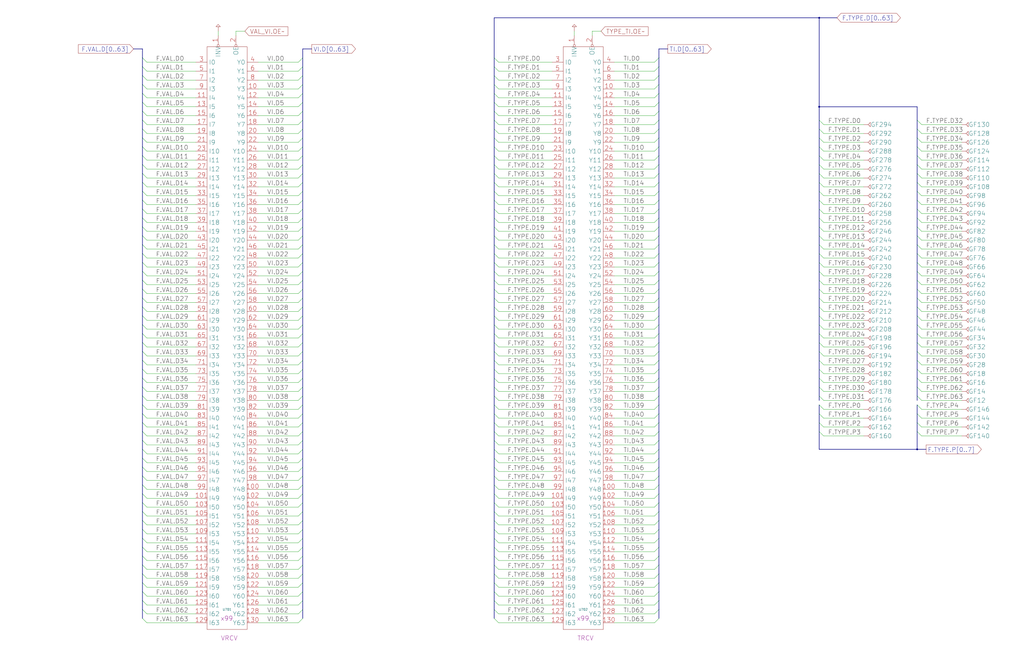
<source format=kicad_sch>
(kicad_sch (version 20211123) (generator eeschema)
  (paper "User" 584.2 378.46)
  (title_block (title "TYPE AND VAL BUS RCVRS") (date "20-MAR-90") (rev "1.0") (comment 1 "FIU") (comment 2 "232-003065") (comment 3 "S400") (comment 4 "RELEASED"))
  (bus (pts (xy 172.72 104.14) (xy 172.72 109.22)))
  (bus (pts (xy 172.72 109.22) (xy 172.72 114.3)))
  (bus (pts (xy 172.72 114.3) (xy 172.72 119.38)))
  (bus (pts (xy 172.72 119.38) (xy 172.72 124.46)))
  (bus (pts (xy 172.72 124.46) (xy 172.72 129.54)))
  (bus (pts (xy 172.72 129.54) (xy 172.72 134.62)))
  (bus (pts (xy 172.72 134.62) (xy 172.72 139.7)))
  (bus (pts (xy 172.72 139.7) (xy 172.72 144.78)))
  (bus (pts (xy 172.72 144.78) (xy 172.72 149.86)))
  (bus (pts (xy 172.72 149.86) (xy 172.72 154.94)))
  (bus (pts (xy 172.72 154.94) (xy 172.72 160.02)))
  (bus (pts (xy 172.72 160.02) (xy 172.72 165.1)))
  (bus (pts (xy 172.72 165.1) (xy 172.72 170.18)))
  (bus (pts (xy 172.72 170.18) (xy 172.72 175.26)))
  (bus (pts (xy 172.72 175.26) (xy 172.72 180.34)))
  (bus (pts (xy 172.72 180.34) (xy 172.72 185.42)))
  (bus (pts (xy 172.72 185.42) (xy 172.72 190.5)))
  (bus (pts (xy 172.72 190.5) (xy 172.72 195.58)))
  (bus (pts (xy 172.72 195.58) (xy 172.72 200.66)))
  (bus (pts (xy 172.72 200.66) (xy 172.72 205.74)))
  (bus (pts (xy 172.72 205.74) (xy 172.72 210.82)))
  (bus (pts (xy 172.72 210.82) (xy 172.72 215.9)))
  (bus (pts (xy 172.72 215.9) (xy 172.72 220.98)))
  (bus (pts (xy 172.72 220.98) (xy 172.72 226.06)))
  (bus (pts (xy 172.72 226.06) (xy 172.72 231.14)))
  (bus (pts (xy 172.72 231.14) (xy 172.72 236.22)))
  (bus (pts (xy 172.72 236.22) (xy 172.72 241.3)))
  (bus (pts (xy 172.72 241.3) (xy 172.72 246.38)))
  (bus (pts (xy 172.72 246.38) (xy 172.72 251.46)))
  (bus (pts (xy 172.72 251.46) (xy 172.72 256.54)))
  (bus (pts (xy 172.72 256.54) (xy 172.72 261.62)))
  (bus (pts (xy 172.72 261.62) (xy 172.72 266.7)))
  (bus (pts (xy 172.72 266.7) (xy 172.72 271.78)))
  (bus (pts (xy 172.72 27.94) (xy 172.72 33.02)))
  (bus (pts (xy 172.72 271.78) (xy 172.72 276.86)))
  (bus (pts (xy 172.72 276.86) (xy 172.72 281.94)))
  (bus (pts (xy 172.72 281.94) (xy 172.72 287.02)))
  (bus (pts (xy 172.72 287.02) (xy 172.72 292.1)))
  (bus (pts (xy 172.72 292.1) (xy 172.72 297.18)))
  (bus (pts (xy 172.72 297.18) (xy 172.72 302.26)))
  (bus (pts (xy 172.72 302.26) (xy 172.72 307.34)))
  (bus (pts (xy 172.72 307.34) (xy 172.72 312.42)))
  (bus (pts (xy 172.72 312.42) (xy 172.72 317.5)))
  (bus (pts (xy 172.72 317.5) (xy 172.72 322.58)))
  (bus (pts (xy 172.72 322.58) (xy 172.72 327.66)))
  (bus (pts (xy 172.72 327.66) (xy 172.72 332.74)))
  (bus (pts (xy 172.72 33.02) (xy 172.72 38.1)))
  (bus (pts (xy 172.72 332.74) (xy 172.72 337.82)))
  (bus (pts (xy 172.72 337.82) (xy 172.72 342.9)))
  (bus (pts (xy 172.72 342.9) (xy 172.72 347.98)))
  (bus (pts (xy 172.72 347.98) (xy 172.72 353.06)))
  (bus (pts (xy 172.72 38.1) (xy 172.72 43.18)))
  (bus (pts (xy 172.72 43.18) (xy 172.72 48.26)))
  (bus (pts (xy 172.72 48.26) (xy 172.72 53.34)))
  (bus (pts (xy 172.72 53.34) (xy 172.72 58.42)))
  (bus (pts (xy 172.72 58.42) (xy 172.72 63.5)))
  (bus (pts (xy 172.72 63.5) (xy 172.72 68.58)))
  (bus (pts (xy 172.72 68.58) (xy 172.72 73.66)))
  (bus (pts (xy 172.72 73.66) (xy 172.72 78.74)))
  (bus (pts (xy 172.72 78.74) (xy 172.72 83.82)))
  (bus (pts (xy 172.72 83.82) (xy 172.72 88.9)))
  (bus (pts (xy 172.72 88.9) (xy 172.72 93.98)))
  (bus (pts (xy 172.72 93.98) (xy 172.72 99.06)))
  (bus (pts (xy 172.72 99.06) (xy 172.72 104.14)))
  (bus (pts (xy 177.8 27.94) (xy 172.72 27.94)))
  (bus (pts (xy 281.94 10.16) (xy 281.94 33.02)))
  (bus (pts (xy 281.94 104.14) (xy 281.94 109.22)))
  (bus (pts (xy 281.94 109.22) (xy 281.94 114.3)))
  (bus (pts (xy 281.94 114.3) (xy 281.94 119.38)))
  (bus (pts (xy 281.94 119.38) (xy 281.94 124.46)))
  (bus (pts (xy 281.94 124.46) (xy 281.94 129.54)))
  (bus (pts (xy 281.94 129.54) (xy 281.94 134.62)))
  (bus (pts (xy 281.94 134.62) (xy 281.94 139.7)))
  (bus (pts (xy 281.94 139.7) (xy 281.94 144.78)))
  (bus (pts (xy 281.94 144.78) (xy 281.94 149.86)))
  (bus (pts (xy 281.94 149.86) (xy 281.94 154.94)))
  (bus (pts (xy 281.94 154.94) (xy 281.94 160.02)))
  (bus (pts (xy 281.94 160.02) (xy 281.94 165.1)))
  (bus (pts (xy 281.94 165.1) (xy 281.94 170.18)))
  (bus (pts (xy 281.94 170.18) (xy 281.94 175.26)))
  (bus (pts (xy 281.94 175.26) (xy 281.94 180.34)))
  (bus (pts (xy 281.94 180.34) (xy 281.94 185.42)))
  (bus (pts (xy 281.94 185.42) (xy 281.94 190.5)))
  (bus (pts (xy 281.94 190.5) (xy 281.94 195.58)))
  (bus (pts (xy 281.94 195.58) (xy 281.94 200.66)))
  (bus (pts (xy 281.94 200.66) (xy 281.94 205.74)))
  (bus (pts (xy 281.94 205.74) (xy 281.94 210.82)))
  (bus (pts (xy 281.94 210.82) (xy 281.94 215.9)))
  (bus (pts (xy 281.94 215.9) (xy 281.94 220.98)))
  (bus (pts (xy 281.94 220.98) (xy 281.94 226.06)))
  (bus (pts (xy 281.94 226.06) (xy 281.94 231.14)))
  (bus (pts (xy 281.94 231.14) (xy 281.94 236.22)))
  (bus (pts (xy 281.94 236.22) (xy 281.94 241.3)))
  (bus (pts (xy 281.94 241.3) (xy 281.94 246.38)))
  (bus (pts (xy 281.94 246.38) (xy 281.94 251.46)))
  (bus (pts (xy 281.94 251.46) (xy 281.94 256.54)))
  (bus (pts (xy 281.94 256.54) (xy 281.94 261.62)))
  (bus (pts (xy 281.94 261.62) (xy 281.94 266.7)))
  (bus (pts (xy 281.94 266.7) (xy 281.94 271.78)))
  (bus (pts (xy 281.94 271.78) (xy 281.94 276.86)))
  (bus (pts (xy 281.94 276.86) (xy 281.94 281.94)))
  (bus (pts (xy 281.94 281.94) (xy 281.94 287.02)))
  (bus (pts (xy 281.94 287.02) (xy 281.94 292.1)))
  (bus (pts (xy 281.94 292.1) (xy 281.94 297.18)))
  (bus (pts (xy 281.94 297.18) (xy 281.94 302.26)))
  (bus (pts (xy 281.94 302.26) (xy 281.94 307.34)))
  (bus (pts (xy 281.94 307.34) (xy 281.94 312.42)))
  (bus (pts (xy 281.94 312.42) (xy 281.94 317.5)))
  (bus (pts (xy 281.94 317.5) (xy 281.94 322.58)))
  (bus (pts (xy 281.94 322.58) (xy 281.94 327.66)))
  (bus (pts (xy 281.94 327.66) (xy 281.94 332.74)))
  (bus (pts (xy 281.94 33.02) (xy 281.94 38.1)))
  (bus (pts (xy 281.94 332.74) (xy 281.94 337.82)))
  (bus (pts (xy 281.94 337.82) (xy 281.94 342.9)))
  (bus (pts (xy 281.94 342.9) (xy 281.94 347.98)))
  (bus (pts (xy 281.94 347.98) (xy 281.94 353.06)))
  (bus (pts (xy 281.94 38.1) (xy 281.94 43.18)))
  (bus (pts (xy 281.94 43.18) (xy 281.94 48.26)))
  (bus (pts (xy 281.94 48.26) (xy 281.94 53.34)))
  (bus (pts (xy 281.94 53.34) (xy 281.94 58.42)))
  (bus (pts (xy 281.94 58.42) (xy 281.94 63.5)))
  (bus (pts (xy 281.94 63.5) (xy 281.94 68.58)))
  (bus (pts (xy 281.94 68.58) (xy 281.94 73.66)))
  (bus (pts (xy 281.94 73.66) (xy 281.94 78.74)))
  (bus (pts (xy 281.94 78.74) (xy 281.94 83.82)))
  (bus (pts (xy 281.94 83.82) (xy 281.94 88.9)))
  (bus (pts (xy 281.94 88.9) (xy 281.94 93.98)))
  (bus (pts (xy 281.94 93.98) (xy 281.94 99.06)))
  (bus (pts (xy 281.94 99.06) (xy 281.94 104.14)))
  (bus (pts (xy 375.92 104.14) (xy 375.92 109.22)))
  (bus (pts (xy 375.92 109.22) (xy 375.92 114.3)))
  (bus (pts (xy 375.92 114.3) (xy 375.92 119.38)))
  (bus (pts (xy 375.92 119.38) (xy 375.92 124.46)))
  (bus (pts (xy 375.92 124.46) (xy 375.92 129.54)))
  (bus (pts (xy 375.92 129.54) (xy 375.92 134.62)))
  (bus (pts (xy 375.92 134.62) (xy 375.92 139.7)))
  (bus (pts (xy 375.92 139.7) (xy 375.92 144.78)))
  (bus (pts (xy 375.92 144.78) (xy 375.92 149.86)))
  (bus (pts (xy 375.92 149.86) (xy 375.92 154.94)))
  (bus (pts (xy 375.92 154.94) (xy 375.92 160.02)))
  (bus (pts (xy 375.92 160.02) (xy 375.92 165.1)))
  (bus (pts (xy 375.92 165.1) (xy 375.92 170.18)))
  (bus (pts (xy 375.92 170.18) (xy 375.92 175.26)))
  (bus (pts (xy 375.92 175.26) (xy 375.92 180.34)))
  (bus (pts (xy 375.92 180.34) (xy 375.92 185.42)))
  (bus (pts (xy 375.92 185.42) (xy 375.92 190.5)))
  (bus (pts (xy 375.92 190.5) (xy 375.92 195.58)))
  (bus (pts (xy 375.92 195.58) (xy 375.92 200.66)))
  (bus (pts (xy 375.92 200.66) (xy 375.92 205.74)))
  (bus (pts (xy 375.92 205.74) (xy 375.92 210.82)))
  (bus (pts (xy 375.92 210.82) (xy 375.92 215.9)))
  (bus (pts (xy 375.92 215.9) (xy 375.92 220.98)))
  (bus (pts (xy 375.92 220.98) (xy 375.92 226.06)))
  (bus (pts (xy 375.92 226.06) (xy 375.92 231.14)))
  (bus (pts (xy 375.92 231.14) (xy 375.92 236.22)))
  (bus (pts (xy 375.92 236.22) (xy 375.92 241.3)))
  (bus (pts (xy 375.92 241.3) (xy 375.92 246.38)))
  (bus (pts (xy 375.92 246.38) (xy 375.92 251.46)))
  (bus (pts (xy 375.92 251.46) (xy 375.92 256.54)))
  (bus (pts (xy 375.92 256.54) (xy 375.92 261.62)))
  (bus (pts (xy 375.92 261.62) (xy 375.92 266.7)))
  (bus (pts (xy 375.92 266.7) (xy 375.92 271.78)))
  (bus (pts (xy 375.92 27.94) (xy 375.92 33.02)))
  (bus (pts (xy 375.92 271.78) (xy 375.92 276.86)))
  (bus (pts (xy 375.92 276.86) (xy 375.92 281.94)))
  (bus (pts (xy 375.92 281.94) (xy 375.92 287.02)))
  (bus (pts (xy 375.92 287.02) (xy 375.92 292.1)))
  (bus (pts (xy 375.92 292.1) (xy 375.92 297.18)))
  (bus (pts (xy 375.92 297.18) (xy 375.92 302.26)))
  (bus (pts (xy 375.92 302.26) (xy 375.92 307.34)))
  (bus (pts (xy 375.92 307.34) (xy 375.92 312.42)))
  (bus (pts (xy 375.92 312.42) (xy 375.92 317.5)))
  (bus (pts (xy 375.92 317.5) (xy 375.92 322.58)))
  (bus (pts (xy 375.92 322.58) (xy 375.92 327.66)))
  (bus (pts (xy 375.92 327.66) (xy 375.92 332.74)))
  (bus (pts (xy 375.92 33.02) (xy 375.92 38.1)))
  (bus (pts (xy 375.92 332.74) (xy 375.92 337.82)))
  (bus (pts (xy 375.92 337.82) (xy 375.92 342.9)))
  (bus (pts (xy 375.92 342.9) (xy 375.92 347.98)))
  (bus (pts (xy 375.92 347.98) (xy 375.92 353.06)))
  (bus (pts (xy 375.92 38.1) (xy 375.92 43.18)))
  (bus (pts (xy 375.92 43.18) (xy 375.92 48.26)))
  (bus (pts (xy 375.92 48.26) (xy 375.92 53.34)))
  (bus (pts (xy 375.92 53.34) (xy 375.92 58.42)))
  (bus (pts (xy 375.92 58.42) (xy 375.92 63.5)))
  (bus (pts (xy 375.92 63.5) (xy 375.92 68.58)))
  (bus (pts (xy 375.92 68.58) (xy 375.92 73.66)))
  (bus (pts (xy 375.92 73.66) (xy 375.92 78.74)))
  (bus (pts (xy 375.92 78.74) (xy 375.92 83.82)))
  (bus (pts (xy 375.92 83.82) (xy 375.92 88.9)))
  (bus (pts (xy 375.92 88.9) (xy 375.92 93.98)))
  (bus (pts (xy 375.92 93.98) (xy 375.92 99.06)))
  (bus (pts (xy 375.92 99.06) (xy 375.92 104.14)))
  (bus (pts (xy 381 27.94) (xy 375.92 27.94)))
  (bus (pts (xy 467.36 10.16) (xy 281.94 10.16)))
  (bus (pts (xy 467.36 10.16) (xy 467.36 60.96)))
  (bus (pts (xy 467.36 10.16) (xy 477.52 10.16)))
  (bus (pts (xy 467.36 104.14) (xy 467.36 109.22)))
  (bus (pts (xy 467.36 109.22) (xy 467.36 114.3)))
  (bus (pts (xy 467.36 114.3) (xy 467.36 119.38)))
  (bus (pts (xy 467.36 119.38) (xy 467.36 124.46)))
  (bus (pts (xy 467.36 124.46) (xy 467.36 129.54)))
  (bus (pts (xy 467.36 129.54) (xy 467.36 134.62)))
  (bus (pts (xy 467.36 134.62) (xy 467.36 139.7)))
  (bus (pts (xy 467.36 139.7) (xy 467.36 144.78)))
  (bus (pts (xy 467.36 144.78) (xy 467.36 149.86)))
  (bus (pts (xy 467.36 149.86) (xy 467.36 154.94)))
  (bus (pts (xy 467.36 154.94) (xy 467.36 160.02)))
  (bus (pts (xy 467.36 160.02) (xy 467.36 165.1)))
  (bus (pts (xy 467.36 165.1) (xy 467.36 170.18)))
  (bus (pts (xy 467.36 170.18) (xy 467.36 175.26)))
  (bus (pts (xy 467.36 175.26) (xy 467.36 180.34)))
  (bus (pts (xy 467.36 180.34) (xy 467.36 185.42)))
  (bus (pts (xy 467.36 185.42) (xy 467.36 190.5)))
  (bus (pts (xy 467.36 190.5) (xy 467.36 195.58)))
  (bus (pts (xy 467.36 195.58) (xy 467.36 200.66)))
  (bus (pts (xy 467.36 200.66) (xy 467.36 205.74)))
  (bus (pts (xy 467.36 205.74) (xy 467.36 210.82)))
  (bus (pts (xy 467.36 210.82) (xy 467.36 215.9)))
  (bus (pts (xy 467.36 215.9) (xy 467.36 220.98)))
  (bus (pts (xy 467.36 220.98) (xy 467.36 226.06)))
  (bus (pts (xy 467.36 226.06) (xy 467.36 228.6)))
  (bus (pts (xy 467.36 231.14) (xy 467.36 236.22)))
  (bus (pts (xy 467.36 236.22) (xy 467.36 241.3)))
  (bus (pts (xy 467.36 241.3) (xy 467.36 246.38)))
  (bus (pts (xy 467.36 246.38) (xy 467.36 256.54)))
  (bus (pts (xy 467.36 256.54) (xy 523.24 256.54)))
  (bus (pts (xy 467.36 60.96) (xy 467.36 68.58)))
  (bus (pts (xy 467.36 68.58) (xy 467.36 73.66)))
  (bus (pts (xy 467.36 73.66) (xy 467.36 78.74)))
  (bus (pts (xy 467.36 78.74) (xy 467.36 83.82)))
  (bus (pts (xy 467.36 83.82) (xy 467.36 88.9)))
  (bus (pts (xy 467.36 88.9) (xy 467.36 93.98)))
  (bus (pts (xy 467.36 93.98) (xy 467.36 99.06)))
  (bus (pts (xy 467.36 99.06) (xy 467.36 104.14)))
  (bus (pts (xy 523.24 104.14) (xy 523.24 109.22)))
  (bus (pts (xy 523.24 109.22) (xy 523.24 114.3)))
  (bus (pts (xy 523.24 114.3) (xy 523.24 119.38)))
  (bus (pts (xy 523.24 119.38) (xy 523.24 124.46)))
  (bus (pts (xy 523.24 124.46) (xy 523.24 129.54)))
  (bus (pts (xy 523.24 129.54) (xy 523.24 134.62)))
  (bus (pts (xy 523.24 134.62) (xy 523.24 139.7)))
  (bus (pts (xy 523.24 139.7) (xy 523.24 144.78)))
  (bus (pts (xy 523.24 144.78) (xy 523.24 149.86)))
  (bus (pts (xy 523.24 149.86) (xy 523.24 154.94)))
  (bus (pts (xy 523.24 154.94) (xy 523.24 160.02)))
  (bus (pts (xy 523.24 160.02) (xy 523.24 165.1)))
  (bus (pts (xy 523.24 165.1) (xy 523.24 170.18)))
  (bus (pts (xy 523.24 170.18) (xy 523.24 175.26)))
  (bus (pts (xy 523.24 175.26) (xy 523.24 180.34)))
  (bus (pts (xy 523.24 180.34) (xy 523.24 185.42)))
  (bus (pts (xy 523.24 185.42) (xy 523.24 190.5)))
  (bus (pts (xy 523.24 190.5) (xy 523.24 195.58)))
  (bus (pts (xy 523.24 195.58) (xy 523.24 200.66)))
  (bus (pts (xy 523.24 200.66) (xy 523.24 205.74)))
  (bus (pts (xy 523.24 205.74) (xy 523.24 210.82)))
  (bus (pts (xy 523.24 210.82) (xy 523.24 215.9)))
  (bus (pts (xy 523.24 215.9) (xy 523.24 220.98)))
  (bus (pts (xy 523.24 220.98) (xy 523.24 226.06)))
  (bus (pts (xy 523.24 226.06) (xy 523.24 228.6)))
  (bus (pts (xy 523.24 231.14) (xy 523.24 236.22)))
  (bus (pts (xy 523.24 236.22) (xy 523.24 241.3)))
  (bus (pts (xy 523.24 241.3) (xy 523.24 246.38)))
  (bus (pts (xy 523.24 246.38) (xy 523.24 256.54)))
  (bus (pts (xy 523.24 256.54) (xy 528.32 256.54)))
  (bus (pts (xy 523.24 60.96) (xy 467.36 60.96)))
  (bus (pts (xy 523.24 60.96) (xy 523.24 68.58)))
  (bus (pts (xy 523.24 68.58) (xy 523.24 73.66)))
  (bus (pts (xy 523.24 73.66) (xy 523.24 78.74)))
  (bus (pts (xy 523.24 78.74) (xy 523.24 83.82)))
  (bus (pts (xy 523.24 83.82) (xy 523.24 88.9)))
  (bus (pts (xy 523.24 88.9) (xy 523.24 93.98)))
  (bus (pts (xy 523.24 93.98) (xy 523.24 99.06)))
  (bus (pts (xy 523.24 99.06) (xy 523.24 104.14)))
  (bus (pts (xy 76.2 27.94) (xy 81.28 27.94)))
  (bus (pts (xy 81.28 104.14) (xy 81.28 109.22)))
  (bus (pts (xy 81.28 109.22) (xy 81.28 114.3)))
  (bus (pts (xy 81.28 114.3) (xy 81.28 119.38)))
  (bus (pts (xy 81.28 119.38) (xy 81.28 124.46)))
  (bus (pts (xy 81.28 124.46) (xy 81.28 129.54)))
  (bus (pts (xy 81.28 129.54) (xy 81.28 134.62)))
  (bus (pts (xy 81.28 134.62) (xy 81.28 139.7)))
  (bus (pts (xy 81.28 139.7) (xy 81.28 144.78)))
  (bus (pts (xy 81.28 144.78) (xy 81.28 149.86)))
  (bus (pts (xy 81.28 149.86) (xy 81.28 154.94)))
  (bus (pts (xy 81.28 154.94) (xy 81.28 160.02)))
  (bus (pts (xy 81.28 160.02) (xy 81.28 165.1)))
  (bus (pts (xy 81.28 165.1) (xy 81.28 170.18)))
  (bus (pts (xy 81.28 170.18) (xy 81.28 175.26)))
  (bus (pts (xy 81.28 175.26) (xy 81.28 180.34)))
  (bus (pts (xy 81.28 180.34) (xy 81.28 185.42)))
  (bus (pts (xy 81.28 185.42) (xy 81.28 190.5)))
  (bus (pts (xy 81.28 190.5) (xy 81.28 195.58)))
  (bus (pts (xy 81.28 195.58) (xy 81.28 200.66)))
  (bus (pts (xy 81.28 200.66) (xy 81.28 205.74)))
  (bus (pts (xy 81.28 205.74) (xy 81.28 210.82)))
  (bus (pts (xy 81.28 210.82) (xy 81.28 215.9)))
  (bus (pts (xy 81.28 215.9) (xy 81.28 220.98)))
  (bus (pts (xy 81.28 220.98) (xy 81.28 226.06)))
  (bus (pts (xy 81.28 226.06) (xy 81.28 231.14)))
  (bus (pts (xy 81.28 231.14) (xy 81.28 236.22)))
  (bus (pts (xy 81.28 236.22) (xy 81.28 241.3)))
  (bus (pts (xy 81.28 241.3) (xy 81.28 246.38)))
  (bus (pts (xy 81.28 246.38) (xy 81.28 251.46)))
  (bus (pts (xy 81.28 251.46) (xy 81.28 256.54)))
  (bus (pts (xy 81.28 256.54) (xy 81.28 261.62)))
  (bus (pts (xy 81.28 261.62) (xy 81.28 266.7)))
  (bus (pts (xy 81.28 266.7) (xy 81.28 271.78)))
  (bus (pts (xy 81.28 27.94) (xy 81.28 33.02)))
  (bus (pts (xy 81.28 271.78) (xy 81.28 276.86)))
  (bus (pts (xy 81.28 276.86) (xy 81.28 281.94)))
  (bus (pts (xy 81.28 281.94) (xy 81.28 287.02)))
  (bus (pts (xy 81.28 287.02) (xy 81.28 292.1)))
  (bus (pts (xy 81.28 292.1) (xy 81.28 297.18)))
  (bus (pts (xy 81.28 297.18) (xy 81.28 302.26)))
  (bus (pts (xy 81.28 302.26) (xy 81.28 307.34)))
  (bus (pts (xy 81.28 307.34) (xy 81.28 312.42)))
  (bus (pts (xy 81.28 312.42) (xy 81.28 317.5)))
  (bus (pts (xy 81.28 317.5) (xy 81.28 322.58)))
  (bus (pts (xy 81.28 322.58) (xy 81.28 327.66)))
  (bus (pts (xy 81.28 327.66) (xy 81.28 332.74)))
  (bus (pts (xy 81.28 33.02) (xy 81.28 38.1)))
  (bus (pts (xy 81.28 332.74) (xy 81.28 337.82)))
  (bus (pts (xy 81.28 337.82) (xy 81.28 342.9)))
  (bus (pts (xy 81.28 342.9) (xy 81.28 347.98)))
  (bus (pts (xy 81.28 347.98) (xy 81.28 353.06)))
  (bus (pts (xy 81.28 38.1) (xy 81.28 43.18)))
  (bus (pts (xy 81.28 43.18) (xy 81.28 48.26)))
  (bus (pts (xy 81.28 48.26) (xy 81.28 53.34)))
  (bus (pts (xy 81.28 53.34) (xy 81.28 58.42)))
  (bus (pts (xy 81.28 58.42) (xy 81.28 63.5)))
  (bus (pts (xy 81.28 63.5) (xy 81.28 68.58)))
  (bus (pts (xy 81.28 68.58) (xy 81.28 73.66)))
  (bus (pts (xy 81.28 73.66) (xy 81.28 78.74)))
  (bus (pts (xy 81.28 78.74) (xy 81.28 83.82)))
  (bus (pts (xy 81.28 83.82) (xy 81.28 88.9)))
  (bus (pts (xy 81.28 88.9) (xy 81.28 93.98)))
  (bus (pts (xy 81.28 93.98) (xy 81.28 99.06)))
  (bus (pts (xy 81.28 99.06) (xy 81.28 104.14)))
  (wire (pts (xy 124.46 17.78) (xy 124.46 20.32)))
  (wire (pts (xy 134.62 17.78) (xy 134.62 20.32)))
  (wire (pts (xy 139.7 17.78) (xy 134.62 17.78)))
  (wire (pts (xy 170.18 101.6) (xy 147.32 101.6)))
  (wire (pts (xy 170.18 106.68) (xy 147.32 106.68)))
  (wire (pts (xy 170.18 111.76) (xy 147.32 111.76)))
  (wire (pts (xy 170.18 116.84) (xy 147.32 116.84)))
  (wire (pts (xy 170.18 121.92) (xy 147.32 121.92)))
  (wire (pts (xy 170.18 127) (xy 147.32 127)))
  (wire (pts (xy 170.18 132.08) (xy 147.32 132.08)))
  (wire (pts (xy 170.18 137.16) (xy 147.32 137.16)))
  (wire (pts (xy 170.18 142.24) (xy 147.32 142.24)))
  (wire (pts (xy 170.18 147.32) (xy 147.32 147.32)))
  (wire (pts (xy 170.18 152.4) (xy 147.32 152.4)))
  (wire (pts (xy 170.18 157.48) (xy 147.32 157.48)))
  (wire (pts (xy 170.18 162.56) (xy 147.32 162.56)))
  (wire (pts (xy 170.18 167.64) (xy 147.32 167.64)))
  (wire (pts (xy 170.18 172.72) (xy 147.32 172.72)))
  (wire (pts (xy 170.18 177.8) (xy 147.32 177.8)))
  (wire (pts (xy 170.18 182.88) (xy 147.32 182.88)))
  (wire (pts (xy 170.18 187.96) (xy 147.32 187.96)))
  (wire (pts (xy 170.18 193.04) (xy 147.32 193.04)))
  (wire (pts (xy 170.18 198.12) (xy 147.32 198.12)))
  (wire (pts (xy 170.18 203.2) (xy 147.32 203.2)))
  (wire (pts (xy 170.18 208.28) (xy 147.32 208.28)))
  (wire (pts (xy 170.18 213.36) (xy 147.32 213.36)))
  (wire (pts (xy 170.18 218.44) (xy 147.32 218.44)))
  (wire (pts (xy 170.18 223.52) (xy 147.32 223.52)))
  (wire (pts (xy 170.18 228.6) (xy 147.32 228.6)))
  (wire (pts (xy 170.18 233.68) (xy 147.32 233.68)))
  (wire (pts (xy 170.18 238.76) (xy 147.32 238.76)))
  (wire (pts (xy 170.18 243.84) (xy 147.32 243.84)))
  (wire (pts (xy 170.18 248.92) (xy 147.32 248.92)))
  (wire (pts (xy 170.18 254) (xy 147.32 254)))
  (wire (pts (xy 170.18 259.08) (xy 147.32 259.08)))
  (wire (pts (xy 170.18 264.16) (xy 147.32 264.16)))
  (wire (pts (xy 170.18 269.24) (xy 147.32 269.24)))
  (wire (pts (xy 170.18 274.32) (xy 147.32 274.32)))
  (wire (pts (xy 170.18 279.4) (xy 147.32 279.4)))
  (wire (pts (xy 170.18 284.48) (xy 147.32 284.48)))
  (wire (pts (xy 170.18 289.56) (xy 147.32 289.56)))
  (wire (pts (xy 170.18 294.64) (xy 147.32 294.64)))
  (wire (pts (xy 170.18 299.72) (xy 147.32 299.72)))
  (wire (pts (xy 170.18 304.8) (xy 147.32 304.8)))
  (wire (pts (xy 170.18 309.88) (xy 147.32 309.88)))
  (wire (pts (xy 170.18 314.96) (xy 147.32 314.96)))
  (wire (pts (xy 170.18 320.04) (xy 147.32 320.04)))
  (wire (pts (xy 170.18 325.12) (xy 147.32 325.12)))
  (wire (pts (xy 170.18 330.2) (xy 147.32 330.2)))
  (wire (pts (xy 170.18 335.28) (xy 147.32 335.28)))
  (wire (pts (xy 170.18 340.36) (xy 147.32 340.36)))
  (wire (pts (xy 170.18 345.44) (xy 147.32 345.44)))
  (wire (pts (xy 170.18 35.56) (xy 147.32 35.56)))
  (wire (pts (xy 170.18 350.52) (xy 147.32 350.52)))
  (wire (pts (xy 170.18 355.6) (xy 147.32 355.6)))
  (wire (pts (xy 170.18 40.64) (xy 147.32 40.64)))
  (wire (pts (xy 170.18 45.72) (xy 147.32 45.72)))
  (wire (pts (xy 170.18 50.8) (xy 147.32 50.8)))
  (wire (pts (xy 170.18 55.88) (xy 147.32 55.88)))
  (wire (pts (xy 170.18 60.96) (xy 147.32 60.96)))
  (wire (pts (xy 170.18 66.04) (xy 147.32 66.04)))
  (wire (pts (xy 170.18 71.12) (xy 147.32 71.12)))
  (wire (pts (xy 170.18 76.2) (xy 147.32 76.2)))
  (wire (pts (xy 170.18 81.28) (xy 147.32 81.28)))
  (wire (pts (xy 170.18 86.36) (xy 147.32 86.36)))
  (wire (pts (xy 170.18 91.44) (xy 147.32 91.44)))
  (wire (pts (xy 170.18 96.52) (xy 147.32 96.52)))
  (wire (pts (xy 284.48 101.6) (xy 314.96 101.6)))
  (wire (pts (xy 284.48 106.68) (xy 314.96 106.68)))
  (wire (pts (xy 284.48 111.76) (xy 314.96 111.76)))
  (wire (pts (xy 284.48 116.84) (xy 314.96 116.84)))
  (wire (pts (xy 284.48 121.92) (xy 314.96 121.92)))
  (wire (pts (xy 284.48 127) (xy 314.96 127)))
  (wire (pts (xy 284.48 132.08) (xy 314.96 132.08)))
  (wire (pts (xy 284.48 137.16) (xy 314.96 137.16)))
  (wire (pts (xy 284.48 142.24) (xy 314.96 142.24)))
  (wire (pts (xy 284.48 147.32) (xy 314.96 147.32)))
  (wire (pts (xy 284.48 152.4) (xy 314.96 152.4)))
  (wire (pts (xy 284.48 157.48) (xy 314.96 157.48)))
  (wire (pts (xy 284.48 162.56) (xy 314.96 162.56)))
  (wire (pts (xy 284.48 167.64) (xy 314.96 167.64)))
  (wire (pts (xy 284.48 172.72) (xy 314.96 172.72)))
  (wire (pts (xy 284.48 177.8) (xy 314.96 177.8)))
  (wire (pts (xy 284.48 182.88) (xy 314.96 182.88)))
  (wire (pts (xy 284.48 187.96) (xy 314.96 187.96)))
  (wire (pts (xy 284.48 193.04) (xy 314.96 193.04)))
  (wire (pts (xy 284.48 198.12) (xy 314.96 198.12)))
  (wire (pts (xy 284.48 203.2) (xy 314.96 203.2)))
  (wire (pts (xy 284.48 208.28) (xy 314.96 208.28)))
  (wire (pts (xy 284.48 213.36) (xy 314.96 213.36)))
  (wire (pts (xy 284.48 218.44) (xy 314.96 218.44)))
  (wire (pts (xy 284.48 223.52) (xy 314.96 223.52)))
  (wire (pts (xy 284.48 228.6) (xy 314.96 228.6)))
  (wire (pts (xy 284.48 233.68) (xy 314.96 233.68)))
  (wire (pts (xy 284.48 238.76) (xy 314.96 238.76)))
  (wire (pts (xy 284.48 243.84) (xy 314.96 243.84)))
  (wire (pts (xy 284.48 248.92) (xy 314.96 248.92)))
  (wire (pts (xy 284.48 254) (xy 314.96 254)))
  (wire (pts (xy 284.48 259.08) (xy 314.96 259.08)))
  (wire (pts (xy 284.48 264.16) (xy 314.96 264.16)))
  (wire (pts (xy 284.48 269.24) (xy 314.96 269.24)))
  (wire (pts (xy 284.48 274.32) (xy 314.96 274.32)))
  (wire (pts (xy 284.48 279.4) (xy 314.96 279.4)))
  (wire (pts (xy 284.48 284.48) (xy 314.96 284.48)))
  (wire (pts (xy 284.48 289.56) (xy 314.96 289.56)))
  (wire (pts (xy 284.48 294.64) (xy 314.96 294.64)))
  (wire (pts (xy 284.48 299.72) (xy 314.96 299.72)))
  (wire (pts (xy 284.48 304.8) (xy 314.96 304.8)))
  (wire (pts (xy 284.48 309.88) (xy 314.96 309.88)))
  (wire (pts (xy 284.48 314.96) (xy 314.96 314.96)))
  (wire (pts (xy 284.48 320.04) (xy 314.96 320.04)))
  (wire (pts (xy 284.48 325.12) (xy 314.96 325.12)))
  (wire (pts (xy 284.48 330.2) (xy 314.96 330.2)))
  (wire (pts (xy 284.48 335.28) (xy 314.96 335.28)))
  (wire (pts (xy 284.48 340.36) (xy 314.96 340.36)))
  (wire (pts (xy 284.48 345.44) (xy 314.96 345.44)))
  (wire (pts (xy 284.48 35.56) (xy 314.96 35.56)))
  (wire (pts (xy 284.48 350.52) (xy 314.96 350.52)))
  (wire (pts (xy 284.48 355.6) (xy 314.96 355.6)))
  (wire (pts (xy 284.48 40.64) (xy 314.96 40.64)))
  (wire (pts (xy 284.48 45.72) (xy 314.96 45.72)))
  (wire (pts (xy 284.48 50.8) (xy 314.96 50.8)))
  (wire (pts (xy 284.48 55.88) (xy 314.96 55.88)))
  (wire (pts (xy 284.48 60.96) (xy 314.96 60.96)))
  (wire (pts (xy 284.48 66.04) (xy 314.96 66.04)))
  (wire (pts (xy 284.48 71.12) (xy 314.96 71.12)))
  (wire (pts (xy 284.48 76.2) (xy 314.96 76.2)))
  (wire (pts (xy 284.48 81.28) (xy 314.96 81.28)))
  (wire (pts (xy 284.48 86.36) (xy 314.96 86.36)))
  (wire (pts (xy 284.48 91.44) (xy 314.96 91.44)))
  (wire (pts (xy 284.48 96.52) (xy 314.96 96.52)))
  (wire (pts (xy 327.66 17.78) (xy 327.66 20.32)))
  (wire (pts (xy 337.82 17.78) (xy 337.82 20.32)))
  (wire (pts (xy 342.9 17.78) (xy 337.82 17.78)))
  (wire (pts (xy 373.38 101.6) (xy 350.52 101.6)))
  (wire (pts (xy 373.38 106.68) (xy 350.52 106.68)))
  (wire (pts (xy 373.38 111.76) (xy 350.52 111.76)))
  (wire (pts (xy 373.38 116.84) (xy 350.52 116.84)))
  (wire (pts (xy 373.38 121.92) (xy 350.52 121.92)))
  (wire (pts (xy 373.38 127) (xy 350.52 127)))
  (wire (pts (xy 373.38 132.08) (xy 350.52 132.08)))
  (wire (pts (xy 373.38 137.16) (xy 350.52 137.16)))
  (wire (pts (xy 373.38 142.24) (xy 350.52 142.24)))
  (wire (pts (xy 373.38 147.32) (xy 350.52 147.32)))
  (wire (pts (xy 373.38 152.4) (xy 350.52 152.4)))
  (wire (pts (xy 373.38 157.48) (xy 350.52 157.48)))
  (wire (pts (xy 373.38 162.56) (xy 350.52 162.56)))
  (wire (pts (xy 373.38 167.64) (xy 350.52 167.64)))
  (wire (pts (xy 373.38 172.72) (xy 350.52 172.72)))
  (wire (pts (xy 373.38 177.8) (xy 350.52 177.8)))
  (wire (pts (xy 373.38 182.88) (xy 350.52 182.88)))
  (wire (pts (xy 373.38 187.96) (xy 350.52 187.96)))
  (wire (pts (xy 373.38 193.04) (xy 350.52 193.04)))
  (wire (pts (xy 373.38 198.12) (xy 350.52 198.12)))
  (wire (pts (xy 373.38 203.2) (xy 350.52 203.2)))
  (wire (pts (xy 373.38 208.28) (xy 350.52 208.28)))
  (wire (pts (xy 373.38 213.36) (xy 350.52 213.36)))
  (wire (pts (xy 373.38 218.44) (xy 350.52 218.44)))
  (wire (pts (xy 373.38 223.52) (xy 350.52 223.52)))
  (wire (pts (xy 373.38 228.6) (xy 350.52 228.6)))
  (wire (pts (xy 373.38 233.68) (xy 350.52 233.68)))
  (wire (pts (xy 373.38 238.76) (xy 350.52 238.76)))
  (wire (pts (xy 373.38 243.84) (xy 350.52 243.84)))
  (wire (pts (xy 373.38 248.92) (xy 350.52 248.92)))
  (wire (pts (xy 373.38 254) (xy 350.52 254)))
  (wire (pts (xy 373.38 259.08) (xy 350.52 259.08)))
  (wire (pts (xy 373.38 264.16) (xy 350.52 264.16)))
  (wire (pts (xy 373.38 269.24) (xy 350.52 269.24)))
  (wire (pts (xy 373.38 274.32) (xy 350.52 274.32)))
  (wire (pts (xy 373.38 279.4) (xy 350.52 279.4)))
  (wire (pts (xy 373.38 284.48) (xy 350.52 284.48)))
  (wire (pts (xy 373.38 289.56) (xy 350.52 289.56)))
  (wire (pts (xy 373.38 294.64) (xy 350.52 294.64)))
  (wire (pts (xy 373.38 299.72) (xy 350.52 299.72)))
  (wire (pts (xy 373.38 304.8) (xy 350.52 304.8)))
  (wire (pts (xy 373.38 309.88) (xy 350.52 309.88)))
  (wire (pts (xy 373.38 314.96) (xy 350.52 314.96)))
  (wire (pts (xy 373.38 320.04) (xy 350.52 320.04)))
  (wire (pts (xy 373.38 325.12) (xy 350.52 325.12)))
  (wire (pts (xy 373.38 330.2) (xy 350.52 330.2)))
  (wire (pts (xy 373.38 335.28) (xy 350.52 335.28)))
  (wire (pts (xy 373.38 340.36) (xy 350.52 340.36)))
  (wire (pts (xy 373.38 345.44) (xy 350.52 345.44)))
  (wire (pts (xy 373.38 35.56) (xy 350.52 35.56)))
  (wire (pts (xy 373.38 350.52) (xy 350.52 350.52)))
  (wire (pts (xy 373.38 355.6) (xy 350.52 355.6)))
  (wire (pts (xy 373.38 40.64) (xy 350.52 40.64)))
  (wire (pts (xy 373.38 45.72) (xy 350.52 45.72)))
  (wire (pts (xy 373.38 50.8) (xy 350.52 50.8)))
  (wire (pts (xy 373.38 55.88) (xy 350.52 55.88)))
  (wire (pts (xy 373.38 60.96) (xy 350.52 60.96)))
  (wire (pts (xy 373.38 66.04) (xy 350.52 66.04)))
  (wire (pts (xy 373.38 71.12) (xy 350.52 71.12)))
  (wire (pts (xy 373.38 76.2) (xy 350.52 76.2)))
  (wire (pts (xy 373.38 81.28) (xy 350.52 81.28)))
  (wire (pts (xy 373.38 86.36) (xy 350.52 86.36)))
  (wire (pts (xy 373.38 91.44) (xy 350.52 91.44)))
  (wire (pts (xy 373.38 96.52) (xy 350.52 96.52)))
  (wire (pts (xy 469.9 101.6) (xy 492.76 101.6)))
  (wire (pts (xy 469.9 106.68) (xy 492.76 106.68)))
  (wire (pts (xy 469.9 111.76) (xy 492.76 111.76)))
  (wire (pts (xy 469.9 116.84) (xy 492.76 116.84)))
  (wire (pts (xy 469.9 121.92) (xy 492.76 121.92)))
  (wire (pts (xy 469.9 127) (xy 492.76 127)))
  (wire (pts (xy 469.9 132.08) (xy 492.76 132.08)))
  (wire (pts (xy 469.9 137.16) (xy 492.76 137.16)))
  (wire (pts (xy 469.9 142.24) (xy 492.76 142.24)))
  (wire (pts (xy 469.9 147.32) (xy 492.76 147.32)))
  (wire (pts (xy 469.9 152.4) (xy 492.76 152.4)))
  (wire (pts (xy 469.9 157.48) (xy 492.76 157.48)))
  (wire (pts (xy 469.9 162.56) (xy 492.76 162.56)))
  (wire (pts (xy 469.9 167.64) (xy 492.76 167.64)))
  (wire (pts (xy 469.9 172.72) (xy 492.76 172.72)))
  (wire (pts (xy 469.9 177.8) (xy 492.76 177.8)))
  (wire (pts (xy 469.9 182.88) (xy 492.76 182.88)))
  (wire (pts (xy 469.9 187.96) (xy 492.76 187.96)))
  (wire (pts (xy 469.9 193.04) (xy 492.76 193.04)))
  (wire (pts (xy 469.9 198.12) (xy 492.76 198.12)))
  (wire (pts (xy 469.9 203.2) (xy 492.76 203.2)))
  (wire (pts (xy 469.9 208.28) (xy 492.76 208.28)))
  (wire (pts (xy 469.9 213.36) (xy 492.76 213.36)))
  (wire (pts (xy 469.9 218.44) (xy 492.76 218.44)))
  (wire (pts (xy 469.9 223.52) (xy 492.76 223.52)))
  (wire (pts (xy 469.9 228.6) (xy 492.76 228.6)))
  (wire (pts (xy 469.9 233.68) (xy 492.76 233.68)))
  (wire (pts (xy 469.9 238.76) (xy 492.76 238.76)))
  (wire (pts (xy 469.9 243.84) (xy 492.76 243.84)))
  (wire (pts (xy 469.9 248.92) (xy 492.76 248.92)))
  (wire (pts (xy 469.9 71.12) (xy 492.76 71.12)))
  (wire (pts (xy 469.9 76.2) (xy 492.76 76.2)))
  (wire (pts (xy 469.9 81.28) (xy 492.76 81.28)))
  (wire (pts (xy 469.9 86.36) (xy 492.76 86.36)))
  (wire (pts (xy 469.9 91.44) (xy 492.76 91.44)))
  (wire (pts (xy 469.9 96.52) (xy 492.76 96.52)))
  (wire (pts (xy 525.78 101.6) (xy 548.64 101.6)))
  (wire (pts (xy 525.78 106.68) (xy 548.64 106.68)))
  (wire (pts (xy 525.78 111.76) (xy 548.64 111.76)))
  (wire (pts (xy 525.78 116.84) (xy 548.64 116.84)))
  (wire (pts (xy 525.78 121.92) (xy 548.64 121.92)))
  (wire (pts (xy 525.78 127) (xy 548.64 127)))
  (wire (pts (xy 525.78 132.08) (xy 548.64 132.08)))
  (wire (pts (xy 525.78 137.16) (xy 548.64 137.16)))
  (wire (pts (xy 525.78 142.24) (xy 548.64 142.24)))
  (wire (pts (xy 525.78 147.32) (xy 548.64 147.32)))
  (wire (pts (xy 525.78 152.4) (xy 548.64 152.4)))
  (wire (pts (xy 525.78 157.48) (xy 548.64 157.48)))
  (wire (pts (xy 525.78 162.56) (xy 548.64 162.56)))
  (wire (pts (xy 525.78 167.64) (xy 548.64 167.64)))
  (wire (pts (xy 525.78 172.72) (xy 548.64 172.72)))
  (wire (pts (xy 525.78 177.8) (xy 548.64 177.8)))
  (wire (pts (xy 525.78 182.88) (xy 548.64 182.88)))
  (wire (pts (xy 525.78 187.96) (xy 548.64 187.96)))
  (wire (pts (xy 525.78 193.04) (xy 548.64 193.04)))
  (wire (pts (xy 525.78 198.12) (xy 548.64 198.12)))
  (wire (pts (xy 525.78 203.2) (xy 548.64 203.2)))
  (wire (pts (xy 525.78 208.28) (xy 548.64 208.28)))
  (wire (pts (xy 525.78 213.36) (xy 548.64 213.36)))
  (wire (pts (xy 525.78 218.44) (xy 548.64 218.44)))
  (wire (pts (xy 525.78 223.52) (xy 548.64 223.52)))
  (wire (pts (xy 525.78 228.6) (xy 548.64 228.6)))
  (wire (pts (xy 525.78 233.68) (xy 548.64 233.68)))
  (wire (pts (xy 525.78 238.76) (xy 548.64 238.76)))
  (wire (pts (xy 525.78 243.84) (xy 548.64 243.84)))
  (wire (pts (xy 525.78 248.92) (xy 548.64 248.92)))
  (wire (pts (xy 525.78 71.12) (xy 548.64 71.12)))
  (wire (pts (xy 525.78 76.2) (xy 548.64 76.2)))
  (wire (pts (xy 525.78 81.28) (xy 548.64 81.28)))
  (wire (pts (xy 525.78 86.36) (xy 548.64 86.36)))
  (wire (pts (xy 525.78 91.44) (xy 548.64 91.44)))
  (wire (pts (xy 525.78 96.52) (xy 548.64 96.52)))
  (wire (pts (xy 83.82 101.6) (xy 111.76 101.6)))
  (wire (pts (xy 83.82 106.68) (xy 111.76 106.68)))
  (wire (pts (xy 83.82 111.76) (xy 111.76 111.76)))
  (wire (pts (xy 83.82 116.84) (xy 111.76 116.84)))
  (wire (pts (xy 83.82 121.92) (xy 111.76 121.92)))
  (wire (pts (xy 83.82 127) (xy 111.76 127)))
  (wire (pts (xy 83.82 132.08) (xy 111.76 132.08)))
  (wire (pts (xy 83.82 137.16) (xy 111.76 137.16)))
  (wire (pts (xy 83.82 142.24) (xy 111.76 142.24)))
  (wire (pts (xy 83.82 147.32) (xy 111.76 147.32)))
  (wire (pts (xy 83.82 152.4) (xy 111.76 152.4)))
  (wire (pts (xy 83.82 157.48) (xy 111.76 157.48)))
  (wire (pts (xy 83.82 162.56) (xy 111.76 162.56)))
  (wire (pts (xy 83.82 167.64) (xy 111.76 167.64)))
  (wire (pts (xy 83.82 172.72) (xy 111.76 172.72)))
  (wire (pts (xy 83.82 177.8) (xy 111.76 177.8)))
  (wire (pts (xy 83.82 182.88) (xy 111.76 182.88)))
  (wire (pts (xy 83.82 187.96) (xy 111.76 187.96)))
  (wire (pts (xy 83.82 193.04) (xy 111.76 193.04)))
  (wire (pts (xy 83.82 198.12) (xy 111.76 198.12)))
  (wire (pts (xy 83.82 203.2) (xy 111.76 203.2)))
  (wire (pts (xy 83.82 208.28) (xy 111.76 208.28)))
  (wire (pts (xy 83.82 213.36) (xy 111.76 213.36)))
  (wire (pts (xy 83.82 218.44) (xy 111.76 218.44)))
  (wire (pts (xy 83.82 223.52) (xy 111.76 223.52)))
  (wire (pts (xy 83.82 228.6) (xy 111.76 228.6)))
  (wire (pts (xy 83.82 233.68) (xy 111.76 233.68)))
  (wire (pts (xy 83.82 238.76) (xy 111.76 238.76)))
  (wire (pts (xy 83.82 243.84) (xy 111.76 243.84)))
  (wire (pts (xy 83.82 248.92) (xy 111.76 248.92)))
  (wire (pts (xy 83.82 254) (xy 111.76 254)))
  (wire (pts (xy 83.82 259.08) (xy 111.76 259.08)))
  (wire (pts (xy 83.82 264.16) (xy 111.76 264.16)))
  (wire (pts (xy 83.82 269.24) (xy 111.76 269.24)))
  (wire (pts (xy 83.82 274.32) (xy 111.76 274.32)))
  (wire (pts (xy 83.82 279.4) (xy 111.76 279.4)))
  (wire (pts (xy 83.82 284.48) (xy 111.76 284.48)))
  (wire (pts (xy 83.82 289.56) (xy 111.76 289.56)))
  (wire (pts (xy 83.82 294.64) (xy 111.76 294.64)))
  (wire (pts (xy 83.82 299.72) (xy 111.76 299.72)))
  (wire (pts (xy 83.82 304.8) (xy 111.76 304.8)))
  (wire (pts (xy 83.82 309.88) (xy 111.76 309.88)))
  (wire (pts (xy 83.82 314.96) (xy 111.76 314.96)))
  (wire (pts (xy 83.82 320.04) (xy 111.76 320.04)))
  (wire (pts (xy 83.82 325.12) (xy 111.76 325.12)))
  (wire (pts (xy 83.82 330.2) (xy 111.76 330.2)))
  (wire (pts (xy 83.82 335.28) (xy 111.76 335.28)))
  (wire (pts (xy 83.82 340.36) (xy 111.76 340.36)))
  (wire (pts (xy 83.82 345.44) (xy 111.76 345.44)))
  (wire (pts (xy 83.82 35.56) (xy 111.76 35.56)))
  (wire (pts (xy 83.82 350.52) (xy 111.76 350.52)))
  (wire (pts (xy 83.82 355.6) (xy 111.76 355.6)))
  (wire (pts (xy 83.82 40.64) (xy 111.76 40.64)))
  (wire (pts (xy 83.82 45.72) (xy 111.76 45.72)))
  (wire (pts (xy 83.82 50.8) (xy 111.76 50.8)))
  (wire (pts (xy 83.82 55.88) (xy 111.76 55.88)))
  (wire (pts (xy 83.82 60.96) (xy 111.76 60.96)))
  (wire (pts (xy 83.82 66.04) (xy 111.76 66.04)))
  (wire (pts (xy 83.82 71.12) (xy 111.76 71.12)))
  (wire (pts (xy 83.82 76.2) (xy 111.76 76.2)))
  (wire (pts (xy 83.82 81.28) (xy 111.76 81.28)))
  (wire (pts (xy 83.82 86.36) (xy 111.76 86.36)))
  (wire (pts (xy 83.82 91.44) (xy 111.76 91.44)))
  (wire (pts (xy 83.82 96.52) (xy 111.76 96.52)))
  (global_label "F.VAL.D[0..63]" (shape input) (at 76.2 27.94 180) (effects (font (size 2.54 2.54))) (property "Intersheet References" "${INTERSHEET_REFS}" (at 44.7645 27.7813 0) (effects (font (size 2.54 2.54)) (justify right))))
  (bus_entry (at 81.28 33.02) (size 2.54 2.54))
  (bus_entry (at 81.28 38.1) (size 2.54 2.54))
  (bus_entry (at 81.28 43.18) (size 2.54 2.54))
  (bus_entry (at 81.28 48.26) (size 2.54 2.54))
  (bus_entry (at 81.28 53.34) (size 2.54 2.54))
  (bus_entry (at 81.28 58.42) (size 2.54 2.54))
  (bus_entry (at 81.28 63.5) (size 2.54 2.54))
  (bus_entry (at 81.28 68.58) (size 2.54 2.54))
  (bus_entry (at 81.28 73.66) (size 2.54 2.54))
  (bus_entry (at 81.28 78.74) (size 2.54 2.54))
  (bus_entry (at 81.28 83.82) (size 2.54 2.54))
  (bus_entry (at 81.28 88.9) (size 2.54 2.54))
  (bus_entry (at 81.28 93.98) (size 2.54 2.54))
  (bus_entry (at 81.28 99.06) (size 2.54 2.54))
  (bus_entry (at 81.28 104.14) (size 2.54 2.54))
  (bus_entry (at 81.28 109.22) (size 2.54 2.54))
  (bus_entry (at 81.28 114.3) (size 2.54 2.54))
  (bus_entry (at 81.28 119.38) (size 2.54 2.54))
  (bus_entry (at 81.28 124.46) (size 2.54 2.54))
  (bus_entry (at 81.28 129.54) (size 2.54 2.54))
  (bus_entry (at 81.28 134.62) (size 2.54 2.54))
  (bus_entry (at 81.28 139.7) (size 2.54 2.54))
  (bus_entry (at 81.28 144.78) (size 2.54 2.54))
  (bus_entry (at 81.28 149.86) (size 2.54 2.54))
  (bus_entry (at 81.28 154.94) (size 2.54 2.54))
  (bus_entry (at 81.28 160.02) (size 2.54 2.54))
  (bus_entry (at 81.28 165.1) (size 2.54 2.54))
  (bus_entry (at 81.28 170.18) (size 2.54 2.54))
  (bus_entry (at 81.28 175.26) (size 2.54 2.54))
  (bus_entry (at 81.28 180.34) (size 2.54 2.54))
  (bus_entry (at 81.28 185.42) (size 2.54 2.54))
  (bus_entry (at 81.28 190.5) (size 2.54 2.54))
  (bus_entry (at 81.28 195.58) (size 2.54 2.54))
  (bus_entry (at 81.28 200.66) (size 2.54 2.54))
  (bus_entry (at 81.28 205.74) (size 2.54 2.54))
  (bus_entry (at 81.28 210.82) (size 2.54 2.54))
  (bus_entry (at 81.28 215.9) (size 2.54 2.54))
  (bus_entry (at 81.28 220.98) (size 2.54 2.54))
  (bus_entry (at 81.28 226.06) (size 2.54 2.54))
  (bus_entry (at 81.28 231.14) (size 2.54 2.54))
  (bus_entry (at 81.28 236.22) (size 2.54 2.54))
  (bus_entry (at 81.28 241.3) (size 2.54 2.54))
  (bus_entry (at 81.28 246.38) (size 2.54 2.54))
  (bus_entry (at 81.28 251.46) (size 2.54 2.54))
  (bus_entry (at 81.28 256.54) (size 2.54 2.54))
  (bus_entry (at 81.28 261.62) (size 2.54 2.54))
  (bus_entry (at 81.28 266.7) (size 2.54 2.54))
  (bus_entry (at 81.28 271.78) (size 2.54 2.54))
  (bus_entry (at 81.28 276.86) (size 2.54 2.54))
  (bus_entry (at 81.28 281.94) (size 2.54 2.54))
  (bus_entry (at 81.28 287.02) (size 2.54 2.54))
  (bus_entry (at 81.28 292.1) (size 2.54 2.54))
  (bus_entry (at 81.28 297.18) (size 2.54 2.54))
  (bus_entry (at 81.28 302.26) (size 2.54 2.54))
  (bus_entry (at 81.28 307.34) (size 2.54 2.54))
  (bus_entry (at 81.28 312.42) (size 2.54 2.54))
  (bus_entry (at 81.28 317.5) (size 2.54 2.54))
  (bus_entry (at 81.28 322.58) (size 2.54 2.54))
  (bus_entry (at 81.28 327.66) (size 2.54 2.54))
  (bus_entry (at 81.28 332.74) (size 2.54 2.54))
  (bus_entry (at 81.28 337.82) (size 2.54 2.54))
  (bus_entry (at 81.28 342.9) (size 2.54 2.54))
  (bus_entry (at 81.28 347.98) (size 2.54 2.54))
  (bus_entry (at 81.28 353.06) (size 2.54 2.54))
  (label "F.VAL.D0" (at 88.9 35.56 0) (effects (font (size 2.54 2.54))))
  (label "F.VAL.D1" (at 88.9 40.64 0) (effects (font (size 2.54 2.54))))
  (label "F.VAL.D2" (at 88.9 45.72 0) (effects (font (size 2.54 2.54))))
  (label "F.VAL.D3" (at 88.9 50.8 0) (effects (font (size 2.54 2.54))))
  (label "F.VAL.D4" (at 88.9 55.88 0) (effects (font (size 2.54 2.54))))
  (label "F.VAL.D5" (at 88.9 60.96 0) (effects (font (size 2.54 2.54))))
  (label "F.VAL.D6" (at 88.9 66.04 0) (effects (font (size 2.54 2.54))))
  (label "F.VAL.D7" (at 88.9 71.12 0) (effects (font (size 2.54 2.54))))
  (label "F.VAL.D8" (at 88.9 76.2 0) (effects (font (size 2.54 2.54))))
  (label "F.VAL.D9" (at 88.9 81.28 0) (effects (font (size 2.54 2.54))))
  (label "F.VAL.D10" (at 88.9 86.36 0) (effects (font (size 2.54 2.54))))
  (label "F.VAL.D11" (at 88.9 91.44 0) (effects (font (size 2.54 2.54))))
  (label "F.VAL.D12" (at 88.9 96.52 0) (effects (font (size 2.54 2.54))))
  (label "F.VAL.D13" (at 88.9 101.6 0) (effects (font (size 2.54 2.54))))
  (label "F.VAL.D14" (at 88.9 106.68 0) (effects (font (size 2.54 2.54))))
  (label "F.VAL.D15" (at 88.9 111.76 0) (effects (font (size 2.54 2.54))))
  (label "F.VAL.D16" (at 88.9 116.84 0) (effects (font (size 2.54 2.54))))
  (label "F.VAL.D17" (at 88.9 121.92 0) (effects (font (size 2.54 2.54))))
  (label "F.VAL.D18" (at 88.9 127 0) (effects (font (size 2.54 2.54))))
  (label "F.VAL.D19" (at 88.9 132.08 0) (effects (font (size 2.54 2.54))))
  (label "F.VAL.D20" (at 88.9 137.16 0) (effects (font (size 2.54 2.54))))
  (label "F.VAL.D21" (at 88.9 142.24 0) (effects (font (size 2.54 2.54))))
  (label "F.VAL.D22" (at 88.9 147.32 0) (effects (font (size 2.54 2.54))))
  (label "F.VAL.D23" (at 88.9 152.4 0) (effects (font (size 2.54 2.54))))
  (label "F.VAL.D24" (at 88.9 157.48 0) (effects (font (size 2.54 2.54))))
  (label "F.VAL.D25" (at 88.9 162.56 0) (effects (font (size 2.54 2.54))))
  (label "F.VAL.D26" (at 88.9 167.64 0) (effects (font (size 2.54 2.54))))
  (label "F.VAL.D27" (at 88.9 172.72 0) (effects (font (size 2.54 2.54))))
  (label "F.VAL.D28" (at 88.9 177.8 0) (effects (font (size 2.54 2.54))))
  (label "F.VAL.D29" (at 88.9 182.88 0) (effects (font (size 2.54 2.54))))
  (label "F.VAL.D30" (at 88.9 187.96 0) (effects (font (size 2.54 2.54))))
  (label "F.VAL.D31" (at 88.9 193.04 0) (effects (font (size 2.54 2.54))))
  (label "F.VAL.D32" (at 88.9 198.12 0) (effects (font (size 2.54 2.54))))
  (label "F.VAL.D33" (at 88.9 203.2 0) (effects (font (size 2.54 2.54))))
  (label "F.VAL.D34" (at 88.9 208.28 0) (effects (font (size 2.54 2.54))))
  (label "F.VAL.D35" (at 88.9 213.36 0) (effects (font (size 2.54 2.54))))
  (label "F.VAL.D36" (at 88.9 218.44 0) (effects (font (size 2.54 2.54))))
  (label "F.VAL.D37" (at 88.9 223.52 0) (effects (font (size 2.54 2.54))))
  (label "F.VAL.D38" (at 88.9 228.6 0) (effects (font (size 2.54 2.54))))
  (label "F.VAL.D39" (at 88.9 233.68 0) (effects (font (size 2.54 2.54))))
  (label "F.VAL.D40" (at 88.9 238.76 0) (effects (font (size 2.54 2.54))))
  (label "F.VAL.D41" (at 88.9 243.84 0) (effects (font (size 2.54 2.54))))
  (label "F.VAL.D42" (at 88.9 248.92 0) (effects (font (size 2.54 2.54))))
  (label "F.VAL.D43" (at 88.9 254 0) (effects (font (size 2.54 2.54))))
  (label "F.VAL.D44" (at 88.9 259.08 0) (effects (font (size 2.54 2.54))))
  (label "F.VAL.D45" (at 88.9 264.16 0) (effects (font (size 2.54 2.54))))
  (label "F.VAL.D46" (at 88.9 269.24 0) (effects (font (size 2.54 2.54))))
  (label "F.VAL.D47" (at 88.9 274.32 0) (effects (font (size 2.54 2.54))))
  (label "F.VAL.D48" (at 88.9 279.4 0) (effects (font (size 2.54 2.54))))
  (label "F.VAL.D49" (at 88.9 284.48 0) (effects (font (size 2.54 2.54))))
  (label "F.VAL.D50" (at 88.9 289.56 0) (effects (font (size 2.54 2.54))))
  (label "F.VAL.D51" (at 88.9 294.64 0) (effects (font (size 2.54 2.54))))
  (label "F.VAL.D52" (at 88.9 299.72 0) (effects (font (size 2.54 2.54))))
  (label "F.VAL.D53" (at 88.9 304.8 0) (effects (font (size 2.54 2.54))))
  (label "F.VAL.D54" (at 88.9 309.88 0) (effects (font (size 2.54 2.54))))
  (label "F.VAL.D55" (at 88.9 314.96 0) (effects (font (size 2.54 2.54))))
  (label "F.VAL.D56" (at 88.9 320.04 0) (effects (font (size 2.54 2.54))))
  (label "F.VAL.D57" (at 88.9 325.12 0) (effects (font (size 2.54 2.54))))
  (label "F.VAL.D58" (at 88.9 330.2 0) (effects (font (size 2.54 2.54))))
  (label "F.VAL.D59" (at 88.9 335.28 0) (effects (font (size 2.54 2.54))))
  (label "F.VAL.D60" (at 88.9 340.36 0) (effects (font (size 2.54 2.54))))
  (label "F.VAL.D61" (at 88.9 345.44 0) (effects (font (size 2.54 2.54))))
  (label "F.VAL.D62" (at 88.9 350.52 0) (effects (font (size 2.54 2.54))))
  (label "F.VAL.D63" (at 88.9 355.6 0) (effects (font (size 2.54 2.54))))
  (symbol (lib_id "r1000:PU") (at 124.46 17.78 0) (unit 1)
    (property "Reference" "#PWR0701" (effects hide))
  )
  (symbol (lib_id "r1000:XBUF64") (at 127 353.06 0) (unit 1)
    (property "Reference" "U701" (at 129.54 347.98 0))
    (property "Location" "x99" (at 125.73 353.06 0) (effects (font (size 2.54 2.54)) (justify left)))
    (property "Name" "VRCV" (at 130.81 365.76 0) (effects (font (size 2.54 2.54)) (justify bottom)))
  )
  (global_label "VAL_VI.OE~" (shape input) (at 139.7 17.78 0) (effects (font (size 2.54 2.54))) (property "Intersheet References" "${INTERSHEET_REFS}" (at 164.2412 17.6213 0) (effects (font (size 2.54 2.54)) (justify left))))
  (label "VI.D0" (at 152.4 35.56 0) (effects (font (size 2.54 2.54))))
  (label "VI.D1" (at 152.4 40.64 0) (effects (font (size 2.54 2.54))))
  (label "VI.D2" (at 152.4 45.72 0) (effects (font (size 2.54 2.54))))
  (label "VI.D3" (at 152.4 50.8 0) (effects (font (size 2.54 2.54))))
  (label "VI.D4" (at 152.4 55.88 0) (effects (font (size 2.54 2.54))))
  (label "VI.D5" (at 152.4 60.96 0) (effects (font (size 2.54 2.54))))
  (label "VI.D6" (at 152.4 66.04 0) (effects (font (size 2.54 2.54))))
  (label "VI.D7" (at 152.4 71.12 0) (effects (font (size 2.54 2.54))))
  (label "VI.D8" (at 152.4 76.2 0) (effects (font (size 2.54 2.54))))
  (label "VI.D9" (at 152.4 81.28 0) (effects (font (size 2.54 2.54))))
  (label "VI.D10" (at 152.4 86.36 0) (effects (font (size 2.54 2.54))))
  (label "VI.D11" (at 152.4 91.44 0) (effects (font (size 2.54 2.54))))
  (label "VI.D12" (at 152.4 96.52 0) (effects (font (size 2.54 2.54))))
  (label "VI.D13" (at 152.4 101.6 0) (effects (font (size 2.54 2.54))))
  (label "VI.D14" (at 152.4 106.68 0) (effects (font (size 2.54 2.54))))
  (label "VI.D15" (at 152.4 111.76 0) (effects (font (size 2.54 2.54))))
  (label "VI.D16" (at 152.4 116.84 0) (effects (font (size 2.54 2.54))))
  (label "VI.D17" (at 152.4 121.92 0) (effects (font (size 2.54 2.54))))
  (label "VI.D18" (at 152.4 127 0) (effects (font (size 2.54 2.54))))
  (label "VI.D19" (at 152.4 132.08 0) (effects (font (size 2.54 2.54))))
  (label "VI.D20" (at 152.4 137.16 0) (effects (font (size 2.54 2.54))))
  (label "VI.D21" (at 152.4 142.24 0) (effects (font (size 2.54 2.54))))
  (label "VI.D22" (at 152.4 147.32 0) (effects (font (size 2.54 2.54))))
  (label "VI.D23" (at 152.4 152.4 0) (effects (font (size 2.54 2.54))))
  (label "VI.D24" (at 152.4 157.48 0) (effects (font (size 2.54 2.54))))
  (label "VI.D25" (at 152.4 162.56 0) (effects (font (size 2.54 2.54))))
  (label "VI.D26" (at 152.4 167.64 0) (effects (font (size 2.54 2.54))))
  (label "VI.D27" (at 152.4 172.72 0) (effects (font (size 2.54 2.54))))
  (label "VI.D28" (at 152.4 177.8 0) (effects (font (size 2.54 2.54))))
  (label "VI.D29" (at 152.4 182.88 0) (effects (font (size 2.54 2.54))))
  (label "VI.D30" (at 152.4 187.96 0) (effects (font (size 2.54 2.54))))
  (label "VI.D31" (at 152.4 193.04 0) (effects (font (size 2.54 2.54))))
  (label "VI.D32" (at 152.4 198.12 0) (effects (font (size 2.54 2.54))))
  (label "VI.D33" (at 152.4 203.2 0) (effects (font (size 2.54 2.54))))
  (label "VI.D34" (at 152.4 208.28 0) (effects (font (size 2.54 2.54))))
  (label "VI.D35" (at 152.4 213.36 0) (effects (font (size 2.54 2.54))))
  (label "VI.D36" (at 152.4 218.44 0) (effects (font (size 2.54 2.54))))
  (label "VI.D37" (at 152.4 223.52 0) (effects (font (size 2.54 2.54))))
  (label "VI.D38" (at 152.4 228.6 0) (effects (font (size 2.54 2.54))))
  (label "VI.D39" (at 152.4 233.68 0) (effects (font (size 2.54 2.54))))
  (label "VI.D40" (at 152.4 238.76 0) (effects (font (size 2.54 2.54))))
  (label "VI.D41" (at 152.4 243.84 0) (effects (font (size 2.54 2.54))))
  (label "VI.D42" (at 152.4 248.92 0) (effects (font (size 2.54 2.54))))
  (label "VI.D43" (at 152.4 254 0) (effects (font (size 2.54 2.54))))
  (label "VI.D44" (at 152.4 259.08 0) (effects (font (size 2.54 2.54))))
  (label "VI.D45" (at 152.4 264.16 0) (effects (font (size 2.54 2.54))))
  (label "VI.D46" (at 152.4 269.24 0) (effects (font (size 2.54 2.54))))
  (label "VI.D47" (at 152.4 274.32 0) (effects (font (size 2.54 2.54))))
  (label "VI.D48" (at 152.4 279.4 0) (effects (font (size 2.54 2.54))))
  (label "VI.D49" (at 152.4 284.48 0) (effects (font (size 2.54 2.54))))
  (label "VI.D50" (at 152.4 289.56 0) (effects (font (size 2.54 2.54))))
  (label "VI.D51" (at 152.4 294.64 0) (effects (font (size 2.54 2.54))))
  (label "VI.D52" (at 152.4 299.72 0) (effects (font (size 2.54 2.54))))
  (label "VI.D53" (at 152.4 304.8 0) (effects (font (size 2.54 2.54))))
  (label "VI.D54" (at 152.4 309.88 0) (effects (font (size 2.54 2.54))))
  (label "VI.D55" (at 152.4 314.96 0) (effects (font (size 2.54 2.54))))
  (label "VI.D56" (at 152.4 320.04 0) (effects (font (size 2.54 2.54))))
  (label "VI.D57" (at 152.4 325.12 0) (effects (font (size 2.54 2.54))))
  (label "VI.D58" (at 152.4 330.2 0) (effects (font (size 2.54 2.54))))
  (label "VI.D59" (at 152.4 335.28 0) (effects (font (size 2.54 2.54))))
  (label "VI.D60" (at 152.4 340.36 0) (effects (font (size 2.54 2.54))))
  (label "VI.D61" (at 152.4 345.44 0) (effects (font (size 2.54 2.54))))
  (label "VI.D62" (at 152.4 350.52 0) (effects (font (size 2.54 2.54))))
  (label "VI.D63" (at 152.4 355.6 0) (effects (font (size 2.54 2.54))))
  (bus_entry (at 172.72 33.02) (size -2.54 2.54))
  (bus_entry (at 172.72 38.1) (size -2.54 2.54))
  (bus_entry (at 172.72 43.18) (size -2.54 2.54))
  (bus_entry (at 172.72 48.26) (size -2.54 2.54))
  (bus_entry (at 172.72 53.34) (size -2.54 2.54))
  (bus_entry (at 172.72 58.42) (size -2.54 2.54))
  (bus_entry (at 172.72 63.5) (size -2.54 2.54))
  (bus_entry (at 172.72 68.58) (size -2.54 2.54))
  (bus_entry (at 172.72 73.66) (size -2.54 2.54))
  (bus_entry (at 172.72 78.74) (size -2.54 2.54))
  (bus_entry (at 172.72 83.82) (size -2.54 2.54))
  (bus_entry (at 172.72 88.9) (size -2.54 2.54))
  (bus_entry (at 172.72 93.98) (size -2.54 2.54))
  (bus_entry (at 172.72 99.06) (size -2.54 2.54))
  (bus_entry (at 172.72 104.14) (size -2.54 2.54))
  (bus_entry (at 172.72 109.22) (size -2.54 2.54))
  (bus_entry (at 172.72 114.3) (size -2.54 2.54))
  (bus_entry (at 172.72 119.38) (size -2.54 2.54))
  (bus_entry (at 172.72 124.46) (size -2.54 2.54))
  (bus_entry (at 172.72 129.54) (size -2.54 2.54))
  (bus_entry (at 172.72 134.62) (size -2.54 2.54))
  (bus_entry (at 172.72 139.7) (size -2.54 2.54))
  (bus_entry (at 172.72 144.78) (size -2.54 2.54))
  (bus_entry (at 172.72 149.86) (size -2.54 2.54))
  (bus_entry (at 172.72 154.94) (size -2.54 2.54))
  (bus_entry (at 172.72 160.02) (size -2.54 2.54))
  (bus_entry (at 172.72 165.1) (size -2.54 2.54))
  (bus_entry (at 172.72 170.18) (size -2.54 2.54))
  (bus_entry (at 172.72 175.26) (size -2.54 2.54))
  (bus_entry (at 172.72 180.34) (size -2.54 2.54))
  (bus_entry (at 172.72 185.42) (size -2.54 2.54))
  (bus_entry (at 172.72 190.5) (size -2.54 2.54))
  (bus_entry (at 172.72 195.58) (size -2.54 2.54))
  (bus_entry (at 172.72 200.66) (size -2.54 2.54))
  (bus_entry (at 172.72 205.74) (size -2.54 2.54))
  (bus_entry (at 172.72 210.82) (size -2.54 2.54))
  (bus_entry (at 172.72 215.9) (size -2.54 2.54))
  (bus_entry (at 172.72 220.98) (size -2.54 2.54))
  (bus_entry (at 172.72 226.06) (size -2.54 2.54))
  (bus_entry (at 172.72 231.14) (size -2.54 2.54))
  (bus_entry (at 172.72 236.22) (size -2.54 2.54))
  (bus_entry (at 172.72 241.3) (size -2.54 2.54))
  (bus_entry (at 172.72 246.38) (size -2.54 2.54))
  (bus_entry (at 172.72 251.46) (size -2.54 2.54))
  (bus_entry (at 172.72 256.54) (size -2.54 2.54))
  (bus_entry (at 172.72 261.62) (size -2.54 2.54))
  (bus_entry (at 172.72 266.7) (size -2.54 2.54))
  (bus_entry (at 172.72 271.78) (size -2.54 2.54))
  (bus_entry (at 172.72 276.86) (size -2.54 2.54))
  (bus_entry (at 172.72 281.94) (size -2.54 2.54))
  (bus_entry (at 172.72 287.02) (size -2.54 2.54))
  (bus_entry (at 172.72 292.1) (size -2.54 2.54))
  (bus_entry (at 172.72 297.18) (size -2.54 2.54))
  (bus_entry (at 172.72 302.26) (size -2.54 2.54))
  (bus_entry (at 172.72 307.34) (size -2.54 2.54))
  (bus_entry (at 172.72 312.42) (size -2.54 2.54))
  (bus_entry (at 172.72 317.5) (size -2.54 2.54))
  (bus_entry (at 172.72 322.58) (size -2.54 2.54))
  (bus_entry (at 172.72 327.66) (size -2.54 2.54))
  (bus_entry (at 172.72 332.74) (size -2.54 2.54))
  (bus_entry (at 172.72 337.82) (size -2.54 2.54))
  (bus_entry (at 172.72 342.9) (size -2.54 2.54))
  (bus_entry (at 172.72 347.98) (size -2.54 2.54))
  (bus_entry (at 172.72 353.06) (size -2.54 2.54))
  (global_label "VI.D[0..63]" (shape output) (at 177.8 27.94 0) (effects (font (size 2.54 2.54))) (property "Intersheet References" "${INTERSHEET_REFS}" (at 202.825 27.7813 0) (effects (font (size 2.54 2.54)) (justify left))))
  (bus_entry (at 281.94 33.02) (size 2.54 2.54))
  (bus_entry (at 281.94 38.1) (size 2.54 2.54))
  (bus_entry (at 281.94 43.18) (size 2.54 2.54))
  (bus_entry (at 281.94 48.26) (size 2.54 2.54))
  (bus_entry (at 281.94 53.34) (size 2.54 2.54))
  (bus_entry (at 281.94 58.42) (size 2.54 2.54))
  (bus_entry (at 281.94 63.5) (size 2.54 2.54))
  (bus_entry (at 281.94 68.58) (size 2.54 2.54))
  (bus_entry (at 281.94 73.66) (size 2.54 2.54))
  (bus_entry (at 281.94 78.74) (size 2.54 2.54))
  (bus_entry (at 281.94 83.82) (size 2.54 2.54))
  (bus_entry (at 281.94 88.9) (size 2.54 2.54))
  (bus_entry (at 281.94 93.98) (size 2.54 2.54))
  (bus_entry (at 281.94 99.06) (size 2.54 2.54))
  (bus_entry (at 281.94 104.14) (size 2.54 2.54))
  (bus_entry (at 281.94 109.22) (size 2.54 2.54))
  (bus_entry (at 281.94 114.3) (size 2.54 2.54))
  (bus_entry (at 281.94 119.38) (size 2.54 2.54))
  (bus_entry (at 281.94 124.46) (size 2.54 2.54))
  (bus_entry (at 281.94 129.54) (size 2.54 2.54))
  (bus_entry (at 281.94 134.62) (size 2.54 2.54))
  (bus_entry (at 281.94 139.7) (size 2.54 2.54))
  (bus_entry (at 281.94 144.78) (size 2.54 2.54))
  (bus_entry (at 281.94 149.86) (size 2.54 2.54))
  (bus_entry (at 281.94 154.94) (size 2.54 2.54))
  (bus_entry (at 281.94 160.02) (size 2.54 2.54))
  (bus_entry (at 281.94 165.1) (size 2.54 2.54))
  (bus_entry (at 281.94 170.18) (size 2.54 2.54))
  (bus_entry (at 281.94 175.26) (size 2.54 2.54))
  (bus_entry (at 281.94 180.34) (size 2.54 2.54))
  (bus_entry (at 281.94 185.42) (size 2.54 2.54))
  (bus_entry (at 281.94 190.5) (size 2.54 2.54))
  (bus_entry (at 281.94 195.58) (size 2.54 2.54))
  (bus_entry (at 281.94 200.66) (size 2.54 2.54))
  (bus_entry (at 281.94 205.74) (size 2.54 2.54))
  (bus_entry (at 281.94 210.82) (size 2.54 2.54))
  (bus_entry (at 281.94 215.9) (size 2.54 2.54))
  (bus_entry (at 281.94 220.98) (size 2.54 2.54))
  (bus_entry (at 281.94 226.06) (size 2.54 2.54))
  (bus_entry (at 281.94 231.14) (size 2.54 2.54))
  (bus_entry (at 281.94 236.22) (size 2.54 2.54))
  (bus_entry (at 281.94 241.3) (size 2.54 2.54))
  (bus_entry (at 281.94 246.38) (size 2.54 2.54))
  (bus_entry (at 281.94 251.46) (size 2.54 2.54))
  (bus_entry (at 281.94 256.54) (size 2.54 2.54))
  (bus_entry (at 281.94 261.62) (size 2.54 2.54))
  (bus_entry (at 281.94 266.7) (size 2.54 2.54))
  (bus_entry (at 281.94 271.78) (size 2.54 2.54))
  (bus_entry (at 281.94 276.86) (size 2.54 2.54))
  (bus_entry (at 281.94 281.94) (size 2.54 2.54))
  (bus_entry (at 281.94 287.02) (size 2.54 2.54))
  (bus_entry (at 281.94 292.1) (size 2.54 2.54))
  (bus_entry (at 281.94 297.18) (size 2.54 2.54))
  (bus_entry (at 281.94 302.26) (size 2.54 2.54))
  (bus_entry (at 281.94 307.34) (size 2.54 2.54))
  (bus_entry (at 281.94 312.42) (size 2.54 2.54))
  (bus_entry (at 281.94 317.5) (size 2.54 2.54))
  (bus_entry (at 281.94 322.58) (size 2.54 2.54))
  (bus_entry (at 281.94 327.66) (size 2.54 2.54))
  (bus_entry (at 281.94 332.74) (size 2.54 2.54))
  (bus_entry (at 281.94 337.82) (size 2.54 2.54))
  (bus_entry (at 281.94 342.9) (size 2.54 2.54))
  (bus_entry (at 281.94 347.98) (size 2.54 2.54))
  (bus_entry (at 281.94 353.06) (size 2.54 2.54))
  (label "F.TYPE.D0" (at 289.56 35.56 0) (effects (font (size 2.54 2.54))))
  (label "F.TYPE.D1" (at 289.56 40.64 0) (effects (font (size 2.54 2.54))))
  (label "F.TYPE.D2" (at 289.56 45.72 0) (effects (font (size 2.54 2.54))))
  (label "F.TYPE.D3" (at 289.56 50.8 0) (effects (font (size 2.54 2.54))))
  (label "F.TYPE.D4" (at 289.56 55.88 0) (effects (font (size 2.54 2.54))))
  (label "F.TYPE.D5" (at 289.56 60.96 0) (effects (font (size 2.54 2.54))))
  (label "F.TYPE.D6" (at 289.56 66.04 0) (effects (font (size 2.54 2.54))))
  (label "F.TYPE.D7" (at 289.56 71.12 0) (effects (font (size 2.54 2.54))))
  (label "F.TYPE.D8" (at 289.56 76.2 0) (effects (font (size 2.54 2.54))))
  (label "F.TYPE.D9" (at 289.56 81.28 0) (effects (font (size 2.54 2.54))))
  (label "F.TYPE.D10" (at 289.56 86.36 0) (effects (font (size 2.54 2.54))))
  (label "F.TYPE.D11" (at 289.56 91.44 0) (effects (font (size 2.54 2.54))))
  (label "F.TYPE.D12" (at 289.56 96.52 0) (effects (font (size 2.54 2.54))))
  (label "F.TYPE.D13" (at 289.56 101.6 0) (effects (font (size 2.54 2.54))))
  (label "F.TYPE.D14" (at 289.56 106.68 0) (effects (font (size 2.54 2.54))))
  (label "F.TYPE.D15" (at 289.56 111.76 0) (effects (font (size 2.54 2.54))))
  (label "F.TYPE.D16" (at 289.56 116.84 0) (effects (font (size 2.54 2.54))))
  (label "F.TYPE.D17" (at 289.56 121.92 0) (effects (font (size 2.54 2.54))))
  (label "F.TYPE.D18" (at 289.56 127 0) (effects (font (size 2.54 2.54))))
  (label "F.TYPE.D19" (at 289.56 132.08 0) (effects (font (size 2.54 2.54))))
  (label "F.TYPE.D20" (at 289.56 137.16 0) (effects (font (size 2.54 2.54))))
  (label "F.TYPE.D21" (at 289.56 142.24 0) (effects (font (size 2.54 2.54))))
  (label "F.TYPE.D22" (at 289.56 147.32 0) (effects (font (size 2.54 2.54))))
  (label "F.TYPE.D23" (at 289.56 152.4 0) (effects (font (size 2.54 2.54))))
  (label "F.TYPE.D24" (at 289.56 157.48 0) (effects (font (size 2.54 2.54))))
  (label "F.TYPE.D25" (at 289.56 162.56 0) (effects (font (size 2.54 2.54))))
  (label "F.TYPE.D26" (at 289.56 167.64 0) (effects (font (size 2.54 2.54))))
  (label "F.TYPE.D27" (at 289.56 172.72 0) (effects (font (size 2.54 2.54))))
  (label "F.TYPE.D28" (at 289.56 177.8 0) (effects (font (size 2.54 2.54))))
  (label "F.TYPE.D29" (at 289.56 182.88 0) (effects (font (size 2.54 2.54))))
  (label "F.TYPE.D30" (at 289.56 187.96 0) (effects (font (size 2.54 2.54))))
  (label "F.TYPE.D31" (at 289.56 193.04 0) (effects (font (size 2.54 2.54))))
  (label "F.TYPE.D32" (at 289.56 198.12 0) (effects (font (size 2.54 2.54))))
  (label "F.TYPE.D33" (at 289.56 203.2 0) (effects (font (size 2.54 2.54))))
  (label "F.TYPE.D34" (at 289.56 208.28 0) (effects (font (size 2.54 2.54))))
  (label "F.TYPE.D35" (at 289.56 213.36 0) (effects (font (size 2.54 2.54))))
  (label "F.TYPE.D36" (at 289.56 218.44 0) (effects (font (size 2.54 2.54))))
  (label "F.TYPE.D37" (at 289.56 223.52 0) (effects (font (size 2.54 2.54))))
  (label "F.TYPE.D38" (at 289.56 228.6 0) (effects (font (size 2.54 2.54))))
  (label "F.TYPE.D39" (at 289.56 233.68 0) (effects (font (size 2.54 2.54))))
  (label "F.TYPE.D40" (at 289.56 238.76 0) (effects (font (size 2.54 2.54))))
  (label "F.TYPE.D41" (at 289.56 243.84 0) (effects (font (size 2.54 2.54))))
  (label "F.TYPE.D42" (at 289.56 248.92 0) (effects (font (size 2.54 2.54))))
  (label "F.TYPE.D43" (at 289.56 254 0) (effects (font (size 2.54 2.54))))
  (label "F.TYPE.D44" (at 289.56 259.08 0) (effects (font (size 2.54 2.54))))
  (label "F.TYPE.D45" (at 289.56 264.16 0) (effects (font (size 2.54 2.54))))
  (label "F.TYPE.D46" (at 289.56 269.24 0) (effects (font (size 2.54 2.54))))
  (label "F.TYPE.D47" (at 289.56 274.32 0) (effects (font (size 2.54 2.54))))
  (label "F.TYPE.D48" (at 289.56 279.4 0) (effects (font (size 2.54 2.54))))
  (label "F.TYPE.D49" (at 289.56 284.48 0) (effects (font (size 2.54 2.54))))
  (label "F.TYPE.D50" (at 289.56 289.56 0) (effects (font (size 2.54 2.54))))
  (label "F.TYPE.D51" (at 289.56 294.64 0) (effects (font (size 2.54 2.54))))
  (label "F.TYPE.D52" (at 289.56 299.72 0) (effects (font (size 2.54 2.54))))
  (label "F.TYPE.D53" (at 289.56 304.8 0) (effects (font (size 2.54 2.54))))
  (label "F.TYPE.D54" (at 289.56 309.88 0) (effects (font (size 2.54 2.54))))
  (label "F.TYPE.D55" (at 289.56 314.96 0) (effects (font (size 2.54 2.54))))
  (label "F.TYPE.D56" (at 289.56 320.04 0) (effects (font (size 2.54 2.54))))
  (label "F.TYPE.D57" (at 289.56 325.12 0) (effects (font (size 2.54 2.54))))
  (label "F.TYPE.D58" (at 289.56 330.2 0) (effects (font (size 2.54 2.54))))
  (label "F.TYPE.D59" (at 289.56 335.28 0) (effects (font (size 2.54 2.54))))
  (label "F.TYPE.D60" (at 289.56 340.36 0) (effects (font (size 2.54 2.54))))
  (label "F.TYPE.D61" (at 289.56 345.44 0) (effects (font (size 2.54 2.54))))
  (label "F.TYPE.D62" (at 289.56 350.52 0) (effects (font (size 2.54 2.54))))
  (label "F.TYPE.D63" (at 289.56 355.6 0) (effects (font (size 2.54 2.54))))
  (symbol (lib_id "r1000:PU") (at 327.66 17.78 0) (unit 1)
    (property "Reference" "#PWR0702" (effects hide))
  )
  (symbol (lib_id "r1000:XBUF64") (at 330.2 353.06 0) (unit 1)
    (property "Reference" "U702" (at 332.74 347.98 0))
    (property "Location" "x99" (at 328.93 353.06 0) (effects (font (size 2.54 2.54)) (justify left)))
    (property "Name" "TRCV" (at 334.01 365.76 0) (effects (font (size 2.54 2.54)) (justify bottom)))
  )
  (global_label "TYPE_TI.OE~" (shape input) (at 342.9 17.78 0) (effects (font (size 2.54 2.54))) (property "Intersheet References" "${INTERSHEET_REFS}" (at 369.7393 17.6213 0) (effects (font (size 2.54 2.54)) (justify left))))
  (label "TI.D0" (at 355.6 35.56 0) (effects (font (size 2.54 2.54))))
  (label "TI.D1" (at 355.6 40.64 0) (effects (font (size 2.54 2.54))))
  (label "TI.D2" (at 355.6 45.72 0) (effects (font (size 2.54 2.54))))
  (label "TI.D3" (at 355.6 50.8 0) (effects (font (size 2.54 2.54))))
  (label "TI.D4" (at 355.6 55.88 0) (effects (font (size 2.54 2.54))))
  (label "TI.D5" (at 355.6 60.96 0) (effects (font (size 2.54 2.54))))
  (label "TI.D6" (at 355.6 66.04 0) (effects (font (size 2.54 2.54))))
  (label "TI.D7" (at 355.6 71.12 0) (effects (font (size 2.54 2.54))))
  (label "TI.D8" (at 355.6 76.2 0) (effects (font (size 2.54 2.54))))
  (label "TI.D9" (at 355.6 81.28 0) (effects (font (size 2.54 2.54))))
  (label "TI.D10" (at 355.6 86.36 0) (effects (font (size 2.54 2.54))))
  (label "TI.D11" (at 355.6 91.44 0) (effects (font (size 2.54 2.54))))
  (label "TI.D12" (at 355.6 96.52 0) (effects (font (size 2.54 2.54))))
  (label "TI.D13" (at 355.6 101.6 0) (effects (font (size 2.54 2.54))))
  (label "TI.D14" (at 355.6 106.68 0) (effects (font (size 2.54 2.54))))
  (label "TI.D15" (at 355.6 111.76 0) (effects (font (size 2.54 2.54))))
  (label "TI.D16" (at 355.6 116.84 0) (effects (font (size 2.54 2.54))))
  (label "TI.D17" (at 355.6 121.92 0) (effects (font (size 2.54 2.54))))
  (label "TI.D18" (at 355.6 127 0) (effects (font (size 2.54 2.54))))
  (label "TI.D19" (at 355.6 132.08 0) (effects (font (size 2.54 2.54))))
  (label "TI.D20" (at 355.6 137.16 0) (effects (font (size 2.54 2.54))))
  (label "TI.D21" (at 355.6 142.24 0) (effects (font (size 2.54 2.54))))
  (label "TI.D22" (at 355.6 147.32 0) (effects (font (size 2.54 2.54))))
  (label "TI.D23" (at 355.6 152.4 0) (effects (font (size 2.54 2.54))))
  (label "TI.D24" (at 355.6 157.48 0) (effects (font (size 2.54 2.54))))
  (label "TI.D25" (at 355.6 162.56 0) (effects (font (size 2.54 2.54))))
  (label "TI.D26" (at 355.6 167.64 0) (effects (font (size 2.54 2.54))))
  (label "TI.D27" (at 355.6 172.72 0) (effects (font (size 2.54 2.54))))
  (label "TI.D28" (at 355.6 177.8 0) (effects (font (size 2.54 2.54))))
  (label "TI.D29" (at 355.6 182.88 0) (effects (font (size 2.54 2.54))))
  (label "TI.D30" (at 355.6 187.96 0) (effects (font (size 2.54 2.54))))
  (label "TI.D31" (at 355.6 193.04 0) (effects (font (size 2.54 2.54))))
  (label "TI.D32" (at 355.6 198.12 0) (effects (font (size 2.54 2.54))))
  (label "TI.D33" (at 355.6 203.2 0) (effects (font (size 2.54 2.54))))
  (label "TI.D34" (at 355.6 208.28 0) (effects (font (size 2.54 2.54))))
  (label "TI.D35" (at 355.6 213.36 0) (effects (font (size 2.54 2.54))))
  (label "TI.D36" (at 355.6 218.44 0) (effects (font (size 2.54 2.54))))
  (label "TI.D37" (at 355.6 223.52 0) (effects (font (size 2.54 2.54))))
  (label "TI.D38" (at 355.6 228.6 0) (effects (font (size 2.54 2.54))))
  (label "TI.D39" (at 355.6 233.68 0) (effects (font (size 2.54 2.54))))
  (label "TI.D40" (at 355.6 238.76 0) (effects (font (size 2.54 2.54))))
  (label "TI.D41" (at 355.6 243.84 0) (effects (font (size 2.54 2.54))))
  (label "TI.D42" (at 355.6 248.92 0) (effects (font (size 2.54 2.54))))
  (label "TI.D43" (at 355.6 254 0) (effects (font (size 2.54 2.54))))
  (label "TI.D44" (at 355.6 259.08 0) (effects (font (size 2.54 2.54))))
  (label "TI.D45" (at 355.6 264.16 0) (effects (font (size 2.54 2.54))))
  (label "TI.D46" (at 355.6 269.24 0) (effects (font (size 2.54 2.54))))
  (label "TI.D47" (at 355.6 274.32 0) (effects (font (size 2.54 2.54))))
  (label "TI.D48" (at 355.6 279.4 0) (effects (font (size 2.54 2.54))))
  (label "TI.D49" (at 355.6 284.48 0) (effects (font (size 2.54 2.54))))
  (label "TI.D50" (at 355.6 289.56 0) (effects (font (size 2.54 2.54))))
  (label "TI.D51" (at 355.6 294.64 0) (effects (font (size 2.54 2.54))))
  (label "TI.D52" (at 355.6 299.72 0) (effects (font (size 2.54 2.54))))
  (label "TI.D53" (at 355.6 304.8 0) (effects (font (size 2.54 2.54))))
  (label "TI.D54" (at 355.6 309.88 0) (effects (font (size 2.54 2.54))))
  (label "TI.D55" (at 355.6 314.96 0) (effects (font (size 2.54 2.54))))
  (label "TI.D56" (at 355.6 320.04 0) (effects (font (size 2.54 2.54))))
  (label "TI.D57" (at 355.6 325.12 0) (effects (font (size 2.54 2.54))))
  (label "TI.D58" (at 355.6 330.2 0) (effects (font (size 2.54 2.54))))
  (label "TI.D59" (at 355.6 335.28 0) (effects (font (size 2.54 2.54))))
  (label "TI.D60" (at 355.6 340.36 0) (effects (font (size 2.54 2.54))))
  (label "TI.D61" (at 355.6 345.44 0) (effects (font (size 2.54 2.54))))
  (label "TI.D62" (at 355.6 350.52 0) (effects (font (size 2.54 2.54))))
  (label "TI.D63" (at 355.6 355.6 0) (effects (font (size 2.54 2.54))))
  (bus_entry (at 375.92 33.02) (size -2.54 2.54))
  (bus_entry (at 375.92 38.1) (size -2.54 2.54))
  (bus_entry (at 375.92 43.18) (size -2.54 2.54))
  (bus_entry (at 375.92 48.26) (size -2.54 2.54))
  (bus_entry (at 375.92 53.34) (size -2.54 2.54))
  (bus_entry (at 375.92 58.42) (size -2.54 2.54))
  (bus_entry (at 375.92 63.5) (size -2.54 2.54))
  (bus_entry (at 375.92 68.58) (size -2.54 2.54))
  (bus_entry (at 375.92 73.66) (size -2.54 2.54))
  (bus_entry (at 375.92 78.74) (size -2.54 2.54))
  (bus_entry (at 375.92 83.82) (size -2.54 2.54))
  (bus_entry (at 375.92 88.9) (size -2.54 2.54))
  (bus_entry (at 375.92 93.98) (size -2.54 2.54))
  (bus_entry (at 375.92 99.06) (size -2.54 2.54))
  (bus_entry (at 375.92 104.14) (size -2.54 2.54))
  (bus_entry (at 375.92 109.22) (size -2.54 2.54))
  (bus_entry (at 375.92 114.3) (size -2.54 2.54))
  (bus_entry (at 375.92 119.38) (size -2.54 2.54))
  (bus_entry (at 375.92 124.46) (size -2.54 2.54))
  (bus_entry (at 375.92 129.54) (size -2.54 2.54))
  (bus_entry (at 375.92 134.62) (size -2.54 2.54))
  (bus_entry (at 375.92 139.7) (size -2.54 2.54))
  (bus_entry (at 375.92 144.78) (size -2.54 2.54))
  (bus_entry (at 375.92 149.86) (size -2.54 2.54))
  (bus_entry (at 375.92 154.94) (size -2.54 2.54))
  (bus_entry (at 375.92 160.02) (size -2.54 2.54))
  (bus_entry (at 375.92 165.1) (size -2.54 2.54))
  (bus_entry (at 375.92 170.18) (size -2.54 2.54))
  (bus_entry (at 375.92 175.26) (size -2.54 2.54))
  (bus_entry (at 375.92 180.34) (size -2.54 2.54))
  (bus_entry (at 375.92 185.42) (size -2.54 2.54))
  (bus_entry (at 375.92 190.5) (size -2.54 2.54))
  (bus_entry (at 375.92 195.58) (size -2.54 2.54))
  (bus_entry (at 375.92 200.66) (size -2.54 2.54))
  (bus_entry (at 375.92 205.74) (size -2.54 2.54))
  (bus_entry (at 375.92 210.82) (size -2.54 2.54))
  (bus_entry (at 375.92 215.9) (size -2.54 2.54))
  (bus_entry (at 375.92 220.98) (size -2.54 2.54))
  (bus_entry (at 375.92 226.06) (size -2.54 2.54))
  (bus_entry (at 375.92 231.14) (size -2.54 2.54))
  (bus_entry (at 375.92 236.22) (size -2.54 2.54))
  (bus_entry (at 375.92 241.3) (size -2.54 2.54))
  (bus_entry (at 375.92 246.38) (size -2.54 2.54))
  (bus_entry (at 375.92 251.46) (size -2.54 2.54))
  (bus_entry (at 375.92 256.54) (size -2.54 2.54))
  (bus_entry (at 375.92 261.62) (size -2.54 2.54))
  (bus_entry (at 375.92 266.7) (size -2.54 2.54))
  (bus_entry (at 375.92 271.78) (size -2.54 2.54))
  (bus_entry (at 375.92 276.86) (size -2.54 2.54))
  (bus_entry (at 375.92 281.94) (size -2.54 2.54))
  (bus_entry (at 375.92 287.02) (size -2.54 2.54))
  (bus_entry (at 375.92 292.1) (size -2.54 2.54))
  (bus_entry (at 375.92 297.18) (size -2.54 2.54))
  (bus_entry (at 375.92 302.26) (size -2.54 2.54))
  (bus_entry (at 375.92 307.34) (size -2.54 2.54))
  (bus_entry (at 375.92 312.42) (size -2.54 2.54))
  (bus_entry (at 375.92 317.5) (size -2.54 2.54))
  (bus_entry (at 375.92 322.58) (size -2.54 2.54))
  (bus_entry (at 375.92 327.66) (size -2.54 2.54))
  (bus_entry (at 375.92 332.74) (size -2.54 2.54))
  (bus_entry (at 375.92 337.82) (size -2.54 2.54))
  (bus_entry (at 375.92 342.9) (size -2.54 2.54))
  (bus_entry (at 375.92 347.98) (size -2.54 2.54))
  (bus_entry (at 375.92 353.06) (size -2.54 2.54))
  (global_label "TI.D[0..63]" (shape output) (at 381 27.94 0) (effects (font (size 2.54 2.54))) (property "Intersheet References" "${INTERSHEET_REFS}" (at 405.7831 27.7813 0) (effects (font (size 2.54 2.54)) (justify left))))
  (junction (at 467.36 10.16))
  (junction (at 467.36 60.96))
  (bus_entry (at 467.36 68.58) (size 2.54 2.54))
  (bus_entry (at 467.36 73.66) (size 2.54 2.54))
  (bus_entry (at 467.36 78.74) (size 2.54 2.54))
  (bus_entry (at 467.36 83.82) (size 2.54 2.54))
  (bus_entry (at 467.36 88.9) (size 2.54 2.54))
  (bus_entry (at 467.36 93.98) (size 2.54 2.54))
  (bus_entry (at 467.36 99.06) (size 2.54 2.54))
  (bus_entry (at 467.36 104.14) (size 2.54 2.54))
  (bus_entry (at 467.36 109.22) (size 2.54 2.54))
  (bus_entry (at 467.36 114.3) (size 2.54 2.54))
  (bus_entry (at 467.36 119.38) (size 2.54 2.54))
  (bus_entry (at 467.36 124.46) (size 2.54 2.54))
  (bus_entry (at 467.36 129.54) (size 2.54 2.54))
  (bus_entry (at 467.36 134.62) (size 2.54 2.54))
  (bus_entry (at 467.36 139.7) (size 2.54 2.54))
  (bus_entry (at 467.36 144.78) (size 2.54 2.54))
  (bus_entry (at 467.36 149.86) (size 2.54 2.54))
  (bus_entry (at 467.36 154.94) (size 2.54 2.54))
  (bus_entry (at 467.36 160.02) (size 2.54 2.54))
  (bus_entry (at 467.36 165.1) (size 2.54 2.54))
  (bus_entry (at 467.36 170.18) (size 2.54 2.54))
  (bus_entry (at 467.36 175.26) (size 2.54 2.54))
  (bus_entry (at 467.36 180.34) (size 2.54 2.54))
  (bus_entry (at 467.36 185.42) (size 2.54 2.54))
  (bus_entry (at 467.36 190.5) (size 2.54 2.54))
  (bus_entry (at 467.36 195.58) (size 2.54 2.54))
  (bus_entry (at 467.36 200.66) (size 2.54 2.54))
  (bus_entry (at 467.36 205.74) (size 2.54 2.54))
  (bus_entry (at 467.36 210.82) (size 2.54 2.54))
  (bus_entry (at 467.36 215.9) (size 2.54 2.54))
  (bus_entry (at 467.36 220.98) (size 2.54 2.54))
  (bus_entry (at 467.36 226.06) (size 2.54 2.54))
  (bus_entry (at 467.36 231.14) (size 2.54 2.54))
  (bus_entry (at 467.36 236.22) (size 2.54 2.54))
  (bus_entry (at 467.36 241.3) (size 2.54 2.54))
  (bus_entry (at 467.36 246.38) (size 2.54 2.54))
  (label "F.TYPE.D0" (at 472.44 71.12 0) (effects (font (size 2.54 2.54))))
  (label "F.TYPE.D1" (at 472.44 76.2 0) (effects (font (size 2.54 2.54))))
  (label "F.TYPE.D2" (at 472.44 81.28 0) (effects (font (size 2.54 2.54))))
  (label "F.TYPE.D3" (at 472.44 86.36 0) (effects (font (size 2.54 2.54))))
  (label "F.TYPE.D4" (at 472.44 91.44 0) (effects (font (size 2.54 2.54))))
  (label "F.TYPE.D5" (at 472.44 96.52 0) (effects (font (size 2.54 2.54))))
  (label "F.TYPE.D6" (at 472.44 101.6 0) (effects (font (size 2.54 2.54))))
  (label "F.TYPE.D7" (at 472.44 106.68 0) (effects (font (size 2.54 2.54))))
  (label "F.TYPE.D8" (at 472.44 111.76 0) (effects (font (size 2.54 2.54))))
  (label "F.TYPE.D9" (at 472.44 116.84 0) (effects (font (size 2.54 2.54))))
  (label "F.TYPE.D10" (at 472.44 121.92 0) (effects (font (size 2.54 2.54))))
  (label "F.TYPE.D11" (at 472.44 127 0) (effects (font (size 2.54 2.54))))
  (label "F.TYPE.D12" (at 472.44 132.08 0) (effects (font (size 2.54 2.54))))
  (label "F.TYPE.D13" (at 472.44 137.16 0) (effects (font (size 2.54 2.54))))
  (label "F.TYPE.D14" (at 472.44 142.24 0) (effects (font (size 2.54 2.54))))
  (label "F.TYPE.D15" (at 472.44 147.32 0) (effects (font (size 2.54 2.54))))
  (label "F.TYPE.D16" (at 472.44 152.4 0) (effects (font (size 2.54 2.54))))
  (label "F.TYPE.D17" (at 472.44 157.48 0) (effects (font (size 2.54 2.54))))
  (label "F.TYPE.D18" (at 472.44 162.56 0) (effects (font (size 2.54 2.54))))
  (label "F.TYPE.D19" (at 472.44 167.64 0) (effects (font (size 2.54 2.54))))
  (label "F.TYPE.D20" (at 472.44 172.72 0) (effects (font (size 2.54 2.54))))
  (label "F.TYPE.D21" (at 472.44 177.8 0) (effects (font (size 2.54 2.54))))
  (label "F.TYPE.D22" (at 472.44 182.88 0) (effects (font (size 2.54 2.54))))
  (label "F.TYPE.D23" (at 472.44 187.96 0) (effects (font (size 2.54 2.54))))
  (label "F.TYPE.D24" (at 472.44 193.04 0) (effects (font (size 2.54 2.54))))
  (label "F.TYPE.D25" (at 472.44 198.12 0) (effects (font (size 2.54 2.54))))
  (label "F.TYPE.D26" (at 472.44 203.2 0) (effects (font (size 2.54 2.54))))
  (label "F.TYPE.D27" (at 472.44 208.28 0) (effects (font (size 2.54 2.54))))
  (label "F.TYPE.D28" (at 472.44 213.36 0) (effects (font (size 2.54 2.54))))
  (label "F.TYPE.D29" (at 472.44 218.44 0) (effects (font (size 2.54 2.54))))
  (label "F.TYPE.D30" (at 472.44 223.52 0) (effects (font (size 2.54 2.54))))
  (label "F.TYPE.D31" (at 472.44 228.6 0) (effects (font (size 2.54 2.54))))
  (label "F.TYPE.P0" (at 472.44 233.68 0) (effects (font (size 2.54 2.54))))
  (label "F.TYPE.P1" (at 472.44 238.76 0) (effects (font (size 2.54 2.54))))
  (label "F.TYPE.P2" (at 472.44 243.84 0) (effects (font (size 2.54 2.54))))
  (label "F.TYPE.P3" (at 472.44 248.92 0) (effects (font (size 2.54 2.54))))
  (global_label "F.TYPE.D[0..63]" (shape bidirectional) (at 477.52 10.16 0) (effects (font (size 2.54 2.54))) (property "Intersheet References" "${INTERSHEET_REFS}" (at 511.4955 10.0013 0) (effects (font (size 2.54 2.54)) (justify left))))
  (symbol (lib_id "r1000:GF") (at 492.76 71.12 0) (unit 1)
    (property "Reference" "GF294" (at 496.57 71.12 0) (effects (font (size 2.54 2.54)) (justify left)))
  )
  (symbol (lib_id "r1000:GF") (at 492.76 76.2 0) (unit 1)
    (property "Reference" "GF292" (at 496.57 76.2 0) (effects (font (size 2.54 2.54)) (justify left)))
  )
  (symbol (lib_id "r1000:GF") (at 492.76 81.28 0) (unit 1)
    (property "Reference" "GF290" (at 496.57 81.28 0) (effects (font (size 2.54 2.54)) (justify left)))
  )
  (symbol (lib_id "r1000:GF") (at 492.76 86.36 0) (unit 1)
    (property "Reference" "GF288" (at 496.57 86.36 0) (effects (font (size 2.54 2.54)) (justify left)))
  )
  (symbol (lib_id "r1000:GF") (at 492.76 91.44 0) (unit 1)
    (property "Reference" "GF278" (at 496.57 91.44 0) (effects (font (size 2.54 2.54)) (justify left)))
  )
  (symbol (lib_id "r1000:GF") (at 492.76 96.52 0) (unit 1)
    (property "Reference" "GF276" (at 496.57 96.52 0) (effects (font (size 2.54 2.54)) (justify left)))
  )
  (symbol (lib_id "r1000:GF") (at 492.76 101.6 0) (unit 1)
    (property "Reference" "GF274" (at 496.57 101.6 0) (effects (font (size 2.54 2.54)) (justify left)))
  )
  (symbol (lib_id "r1000:GF") (at 492.76 106.68 0) (unit 1)
    (property "Reference" "GF272" (at 496.57 106.68 0) (effects (font (size 2.54 2.54)) (justify left)))
  )
  (symbol (lib_id "r1000:GF") (at 492.76 111.76 0) (unit 1)
    (property "Reference" "GF262" (at 496.57 111.76 0) (effects (font (size 2.54 2.54)) (justify left)))
  )
  (symbol (lib_id "r1000:GF") (at 492.76 116.84 0) (unit 1)
    (property "Reference" "GF260" (at 496.57 116.84 0) (effects (font (size 2.54 2.54)) (justify left)))
  )
  (symbol (lib_id "r1000:GF") (at 492.76 121.92 0) (unit 1)
    (property "Reference" "GF258" (at 496.57 121.92 0) (effects (font (size 2.54 2.54)) (justify left)))
  )
  (symbol (lib_id "r1000:GF") (at 492.76 127 0) (unit 1)
    (property "Reference" "GF256" (at 496.57 127 0) (effects (font (size 2.54 2.54)) (justify left)))
  )
  (symbol (lib_id "r1000:GF") (at 492.76 132.08 0) (unit 1)
    (property "Reference" "GF246" (at 496.57 132.08 0) (effects (font (size 2.54 2.54)) (justify left)))
  )
  (symbol (lib_id "r1000:GF") (at 492.76 137.16 0) (unit 1)
    (property "Reference" "GF244" (at 496.57 137.16 0) (effects (font (size 2.54 2.54)) (justify left)))
  )
  (symbol (lib_id "r1000:GF") (at 492.76 142.24 0) (unit 1)
    (property "Reference" "GF242" (at 496.57 142.24 0) (effects (font (size 2.54 2.54)) (justify left)))
  )
  (symbol (lib_id "r1000:GF") (at 492.76 147.32 0) (unit 1)
    (property "Reference" "GF240" (at 496.57 147.32 0) (effects (font (size 2.54 2.54)) (justify left)))
  )
  (symbol (lib_id "r1000:GF") (at 492.76 152.4 0) (unit 1)
    (property "Reference" "GF230" (at 496.57 152.4 0) (effects (font (size 2.54 2.54)) (justify left)))
  )
  (symbol (lib_id "r1000:GF") (at 492.76 157.48 0) (unit 1)
    (property "Reference" "GF228" (at 496.57 157.48 0) (effects (font (size 2.54 2.54)) (justify left)))
  )
  (symbol (lib_id "r1000:GF") (at 492.76 162.56 0) (unit 1)
    (property "Reference" "GF226" (at 496.57 162.56 0) (effects (font (size 2.54 2.54)) (justify left)))
  )
  (symbol (lib_id "r1000:GF") (at 492.76 167.64 0) (unit 1)
    (property "Reference" "GF224" (at 496.57 167.64 0) (effects (font (size 2.54 2.54)) (justify left)))
  )
  (symbol (lib_id "r1000:GF") (at 492.76 172.72 0) (unit 1)
    (property "Reference" "GF214" (at 496.57 172.72 0) (effects (font (size 2.54 2.54)) (justify left)))
  )
  (symbol (lib_id "r1000:GF") (at 492.76 177.8 0) (unit 1)
    (property "Reference" "GF212" (at 496.57 177.8 0) (effects (font (size 2.54 2.54)) (justify left)))
  )
  (symbol (lib_id "r1000:GF") (at 492.76 182.88 0) (unit 1)
    (property "Reference" "GF210" (at 496.57 182.88 0) (effects (font (size 2.54 2.54)) (justify left)))
  )
  (symbol (lib_id "r1000:GF") (at 492.76 187.96 0) (unit 1)
    (property "Reference" "GF208" (at 496.57 187.96 0) (effects (font (size 2.54 2.54)) (justify left)))
  )
  (symbol (lib_id "r1000:GF") (at 492.76 193.04 0) (unit 1)
    (property "Reference" "GF198" (at 496.57 193.04 0) (effects (font (size 2.54 2.54)) (justify left)))
  )
  (symbol (lib_id "r1000:GF") (at 492.76 198.12 0) (unit 1)
    (property "Reference" "GF196" (at 496.57 198.12 0) (effects (font (size 2.54 2.54)) (justify left)))
  )
  (symbol (lib_id "r1000:GF") (at 492.76 203.2 0) (unit 1)
    (property "Reference" "GF194" (at 496.57 203.2 0) (effects (font (size 2.54 2.54)) (justify left)))
  )
  (symbol (lib_id "r1000:GF") (at 492.76 208.28 0) (unit 1)
    (property "Reference" "GF192" (at 496.57 208.28 0) (effects (font (size 2.54 2.54)) (justify left)))
  )
  (symbol (lib_id "r1000:GF") (at 492.76 213.36 0) (unit 1)
    (property "Reference" "GF182" (at 496.57 213.36 0) (effects (font (size 2.54 2.54)) (justify left)))
  )
  (symbol (lib_id "r1000:GF") (at 492.76 218.44 0) (unit 1)
    (property "Reference" "GF180" (at 496.57 218.44 0) (effects (font (size 2.54 2.54)) (justify left)))
  )
  (symbol (lib_id "r1000:GF") (at 492.76 223.52 0) (unit 1)
    (property "Reference" "GF178" (at 496.57 223.52 0) (effects (font (size 2.54 2.54)) (justify left)))
  )
  (symbol (lib_id "r1000:GF") (at 492.76 228.6 0) (unit 1)
    (property "Reference" "GF176" (at 496.57 228.6 0) (effects (font (size 2.54 2.54)) (justify left)))
  )
  (symbol (lib_id "r1000:GF") (at 492.76 233.68 0) (unit 1)
    (property "Reference" "GF166" (at 496.57 233.68 0) (effects (font (size 2.54 2.54)) (justify left)))
  )
  (symbol (lib_id "r1000:GF") (at 492.76 238.76 0) (unit 1)
    (property "Reference" "GF164" (at 496.57 238.76 0) (effects (font (size 2.54 2.54)) (justify left)))
  )
  (symbol (lib_id "r1000:GF") (at 492.76 243.84 0) (unit 1)
    (property "Reference" "GF162" (at 496.57 243.84 0) (effects (font (size 2.54 2.54)) (justify left)))
  )
  (symbol (lib_id "r1000:GF") (at 492.76 248.92 0) (unit 1)
    (property "Reference" "GF160" (at 496.57 248.92 0) (effects (font (size 2.54 2.54)) (justify left)))
  )
  (bus_entry (at 523.24 68.58) (size 2.54 2.54))
  (bus_entry (at 523.24 73.66) (size 2.54 2.54))
  (bus_entry (at 523.24 78.74) (size 2.54 2.54))
  (bus_entry (at 523.24 83.82) (size 2.54 2.54))
  (bus_entry (at 523.24 88.9) (size 2.54 2.54))
  (bus_entry (at 523.24 93.98) (size 2.54 2.54))
  (bus_entry (at 523.24 99.06) (size 2.54 2.54))
  (bus_entry (at 523.24 104.14) (size 2.54 2.54))
  (bus_entry (at 523.24 109.22) (size 2.54 2.54))
  (bus_entry (at 523.24 114.3) (size 2.54 2.54))
  (bus_entry (at 523.24 119.38) (size 2.54 2.54))
  (bus_entry (at 523.24 124.46) (size 2.54 2.54))
  (bus_entry (at 523.24 129.54) (size 2.54 2.54))
  (bus_entry (at 523.24 134.62) (size 2.54 2.54))
  (bus_entry (at 523.24 139.7) (size 2.54 2.54))
  (bus_entry (at 523.24 144.78) (size 2.54 2.54))
  (bus_entry (at 523.24 149.86) (size 2.54 2.54))
  (bus_entry (at 523.24 154.94) (size 2.54 2.54))
  (bus_entry (at 523.24 160.02) (size 2.54 2.54))
  (bus_entry (at 523.24 165.1) (size 2.54 2.54))
  (bus_entry (at 523.24 170.18) (size 2.54 2.54))
  (bus_entry (at 523.24 175.26) (size 2.54 2.54))
  (bus_entry (at 523.24 180.34) (size 2.54 2.54))
  (bus_entry (at 523.24 185.42) (size 2.54 2.54))
  (bus_entry (at 523.24 190.5) (size 2.54 2.54))
  (bus_entry (at 523.24 195.58) (size 2.54 2.54))
  (bus_entry (at 523.24 200.66) (size 2.54 2.54))
  (bus_entry (at 523.24 205.74) (size 2.54 2.54))
  (bus_entry (at 523.24 210.82) (size 2.54 2.54))
  (bus_entry (at 523.24 215.9) (size 2.54 2.54))
  (bus_entry (at 523.24 220.98) (size 2.54 2.54))
  (bus_entry (at 523.24 226.06) (size 2.54 2.54))
  (bus_entry (at 523.24 231.14) (size 2.54 2.54))
  (bus_entry (at 523.24 236.22) (size 2.54 2.54))
  (bus_entry (at 523.24 241.3) (size 2.54 2.54))
  (bus_entry (at 523.24 246.38) (size 2.54 2.54))
  (junction (at 523.24 256.54))
  (label "F.TYPE.D32" (at 528.32 71.12 0) (effects (font (size 2.54 2.54))))
  (label "F.TYPE.D33" (at 528.32 76.2 0) (effects (font (size 2.54 2.54))))
  (label "F.TYPE.D34" (at 528.32 81.28 0) (effects (font (size 2.54 2.54))))
  (label "F.TYPE.D35" (at 528.32 86.36 0) (effects (font (size 2.54 2.54))))
  (label "F.TYPE.D36" (at 528.32 91.44 0) (effects (font (size 2.54 2.54))))
  (label "F.TYPE.D37" (at 528.32 96.52 0) (effects (font (size 2.54 2.54))))
  (label "F.TYPE.D38" (at 528.32 101.6 0) (effects (font (size 2.54 2.54))))
  (label "F.TYPE.D39" (at 528.32 106.68 0) (effects (font (size 2.54 2.54))))
  (label "F.TYPE.D40" (at 528.32 111.76 0) (effects (font (size 2.54 2.54))))
  (label "F.TYPE.D41" (at 528.32 116.84 0) (effects (font (size 2.54 2.54))))
  (label "F.TYPE.D42" (at 528.32 121.92 0) (effects (font (size 2.54 2.54))))
  (label "F.TYPE.D43" (at 528.32 127 0) (effects (font (size 2.54 2.54))))
  (label "F.TYPE.D44" (at 528.32 132.08 0) (effects (font (size 2.54 2.54))))
  (label "F.TYPE.D45" (at 528.32 137.16 0) (effects (font (size 2.54 2.54))))
  (label "F.TYPE.D46" (at 528.32 142.24 0) (effects (font (size 2.54 2.54))))
  (label "F.TYPE.D47" (at 528.32 147.32 0) (effects (font (size 2.54 2.54))))
  (label "F.TYPE.D48" (at 528.32 152.4 0) (effects (font (size 2.54 2.54))))
  (label "F.TYPE.D49" (at 528.32 157.48 0) (effects (font (size 2.54 2.54))))
  (label "F.TYPE.D50" (at 528.32 162.56 0) (effects (font (size 2.54 2.54))))
  (label "F.TYPE.D51" (at 528.32 167.64 0) (effects (font (size 2.54 2.54))))
  (label "F.TYPE.D52" (at 528.32 172.72 0) (effects (font (size 2.54 2.54))))
  (label "F.TYPE.D53" (at 528.32 177.8 0) (effects (font (size 2.54 2.54))))
  (label "F.TYPE.D54" (at 528.32 182.88 0) (effects (font (size 2.54 2.54))))
  (label "F.TYPE.D55" (at 528.32 187.96 0) (effects (font (size 2.54 2.54))))
  (label "F.TYPE.D56" (at 528.32 193.04 0) (effects (font (size 2.54 2.54))))
  (label "F.TYPE.D57" (at 528.32 198.12 0) (effects (font (size 2.54 2.54))))
  (label "F.TYPE.D58" (at 528.32 203.2 0) (effects (font (size 2.54 2.54))))
  (label "F.TYPE.D59" (at 528.32 208.28 0) (effects (font (size 2.54 2.54))))
  (label "F.TYPE.D60" (at 528.32 213.36 0) (effects (font (size 2.54 2.54))))
  (label "F.TYPE.D61" (at 528.32 218.44 0) (effects (font (size 2.54 2.54))))
  (label "F.TYPE.D62" (at 528.32 223.52 0) (effects (font (size 2.54 2.54))))
  (label "F.TYPE.D63" (at 528.32 228.6 0) (effects (font (size 2.54 2.54))))
  (label "F.TYPE.P4" (at 528.32 233.68 0) (effects (font (size 2.54 2.54))))
  (label "F.TYPE.P5" (at 528.32 238.76 0) (effects (font (size 2.54 2.54))))
  (label "F.TYPE.P6" (at 528.32 243.84 0) (effects (font (size 2.54 2.54))))
  (label "F.TYPE.P7" (at 528.32 248.92 0) (effects (font (size 2.54 2.54))))
  (global_label "F.TYPE.P[0..7]" (shape output) (at 528.32 256.54 0) (effects (font (size 2.54 2.54))) (property "Intersheet References" "${INTERSHEET_REFS}" (at 559.8765 256.3813 0) (effects (font (size 2.54 2.54)) (justify left))))
  (symbol (lib_id "r1000:GF") (at 548.64 71.12 0) (unit 1)
    (property "Reference" "GF130" (at 552.45 71.12 0) (effects (font (size 2.54 2.54)) (justify left)))
  )
  (symbol (lib_id "r1000:GF") (at 548.64 76.2 0) (unit 1)
    (property "Reference" "GF128" (at 552.45 76.2 0) (effects (font (size 2.54 2.54)) (justify left)))
  )
  (symbol (lib_id "r1000:GF") (at 548.64 81.28 0) (unit 1)
    (property "Reference" "GF126" (at 552.45 81.28 0) (effects (font (size 2.54 2.54)) (justify left)))
  )
  (symbol (lib_id "r1000:GF") (at 548.64 86.36 0) (unit 1)
    (property "Reference" "GF124" (at 552.45 86.36 0) (effects (font (size 2.54 2.54)) (justify left)))
  )
  (symbol (lib_id "r1000:GF") (at 548.64 91.44 0) (unit 1)
    (property "Reference" "GF114" (at 552.45 91.44 0) (effects (font (size 2.54 2.54)) (justify left)))
  )
  (symbol (lib_id "r1000:GF") (at 548.64 96.52 0) (unit 1)
    (property "Reference" "GF112" (at 552.45 96.52 0) (effects (font (size 2.54 2.54)) (justify left)))
  )
  (symbol (lib_id "r1000:GF") (at 548.64 101.6 0) (unit 1)
    (property "Reference" "GF110" (at 552.45 101.6 0) (effects (font (size 2.54 2.54)) (justify left)))
  )
  (symbol (lib_id "r1000:GF") (at 548.64 106.68 0) (unit 1)
    (property "Reference" "GF108" (at 552.45 106.68 0) (effects (font (size 2.54 2.54)) (justify left)))
  )
  (symbol (lib_id "r1000:GF") (at 548.64 111.76 0) (unit 1)
    (property "Reference" "GF98" (at 552.45 111.76 0) (effects (font (size 2.54 2.54)) (justify left)))
  )
  (symbol (lib_id "r1000:GF") (at 548.64 116.84 0) (unit 1)
    (property "Reference" "GF96" (at 552.45 116.84 0) (effects (font (size 2.54 2.54)) (justify left)))
  )
  (symbol (lib_id "r1000:GF") (at 548.64 121.92 0) (unit 1)
    (property "Reference" "GF94" (at 552.45 121.92 0) (effects (font (size 2.54 2.54)) (justify left)))
  )
  (symbol (lib_id "r1000:GF") (at 548.64 127 0) (unit 1)
    (property "Reference" "GF92" (at 552.45 127 0) (effects (font (size 2.54 2.54)) (justify left)))
  )
  (symbol (lib_id "r1000:GF") (at 548.64 132.08 0) (unit 1)
    (property "Reference" "GF82" (at 552.45 132.08 0) (effects (font (size 2.54 2.54)) (justify left)))
  )
  (symbol (lib_id "r1000:GF") (at 548.64 137.16 0) (unit 1)
    (property "Reference" "GF80" (at 552.45 137.16 0) (effects (font (size 2.54 2.54)) (justify left)))
  )
  (symbol (lib_id "r1000:GF") (at 548.64 142.24 0) (unit 1)
    (property "Reference" "GF78" (at 552.45 142.24 0) (effects (font (size 2.54 2.54)) (justify left)))
  )
  (symbol (lib_id "r1000:GF") (at 548.64 147.32 0) (unit 1)
    (property "Reference" "GF76" (at 552.45 147.32 0) (effects (font (size 2.54 2.54)) (justify left)))
  )
  (symbol (lib_id "r1000:GF") (at 548.64 152.4 0) (unit 1)
    (property "Reference" "GF66" (at 552.45 152.4 0) (effects (font (size 2.54 2.54)) (justify left)))
  )
  (symbol (lib_id "r1000:GF") (at 548.64 157.48 0) (unit 1)
    (property "Reference" "GF64" (at 552.45 157.48 0) (effects (font (size 2.54 2.54)) (justify left)))
  )
  (symbol (lib_id "r1000:GF") (at 548.64 162.56 0) (unit 1)
    (property "Reference" "GF62" (at 552.45 162.56 0) (effects (font (size 2.54 2.54)) (justify left)))
  )
  (symbol (lib_id "r1000:GF") (at 548.64 167.64 0) (unit 1)
    (property "Reference" "GF60" (at 552.45 167.64 0) (effects (font (size 2.54 2.54)) (justify left)))
  )
  (symbol (lib_id "r1000:GF") (at 548.64 172.72 0) (unit 1)
    (property "Reference" "GF50" (at 552.45 172.72 0) (effects (font (size 2.54 2.54)) (justify left)))
  )
  (symbol (lib_id "r1000:GF") (at 548.64 177.8 0) (unit 1)
    (property "Reference" "GF48" (at 552.45 177.8 0) (effects (font (size 2.54 2.54)) (justify left)))
  )
  (symbol (lib_id "r1000:GF") (at 548.64 182.88 0) (unit 1)
    (property "Reference" "GF46" (at 552.45 182.88 0) (effects (font (size 2.54 2.54)) (justify left)))
  )
  (symbol (lib_id "r1000:GF") (at 548.64 187.96 0) (unit 1)
    (property "Reference" "GF44" (at 552.45 187.96 0) (effects (font (size 2.54 2.54)) (justify left)))
  )
  (symbol (lib_id "r1000:GF") (at 548.64 193.04 0) (unit 1)
    (property "Reference" "GF34" (at 552.45 193.04 0) (effects (font (size 2.54 2.54)) (justify left)))
  )
  (symbol (lib_id "r1000:GF") (at 548.64 198.12 0) (unit 1)
    (property "Reference" "GF32" (at 552.45 198.12 0) (effects (font (size 2.54 2.54)) (justify left)))
  )
  (symbol (lib_id "r1000:GF") (at 548.64 203.2 0) (unit 1)
    (property "Reference" "GF30" (at 552.45 203.2 0) (effects (font (size 2.54 2.54)) (justify left)))
  )
  (symbol (lib_id "r1000:GF") (at 548.64 208.28 0) (unit 1)
    (property "Reference" "GF28" (at 552.45 208.28 0) (effects (font (size 2.54 2.54)) (justify left)))
  )
  (symbol (lib_id "r1000:GF") (at 548.64 213.36 0) (unit 1)
    (property "Reference" "GF18" (at 552.45 213.36 0) (effects (font (size 2.54 2.54)) (justify left)))
  )
  (symbol (lib_id "r1000:GF") (at 548.64 218.44 0) (unit 1)
    (property "Reference" "GF16" (at 552.45 218.44 0) (effects (font (size 2.54 2.54)) (justify left)))
  )
  (symbol (lib_id "r1000:GF") (at 548.64 223.52 0) (unit 1)
    (property "Reference" "GF14" (at 552.45 223.52 0) (effects (font (size 2.54 2.54)) (justify left)))
  )
  (symbol (lib_id "r1000:GF") (at 548.64 228.6 0) (unit 1)
    (property "Reference" "GF12" (at 552.45 228.6 0) (effects (font (size 2.54 2.54)) (justify left)))
  )
  (symbol (lib_id "r1000:GF") (at 548.64 233.68 0) (unit 1)
    (property "Reference" "GF146" (at 552.45 233.68 0) (effects (font (size 2.54 2.54)) (justify left)))
  )
  (symbol (lib_id "r1000:GF") (at 548.64 238.76 0) (unit 1)
    (property "Reference" "GF144" (at 552.45 238.76 0) (effects (font (size 2.54 2.54)) (justify left)))
  )
  (symbol (lib_id "r1000:GF") (at 548.64 243.84 0) (unit 1)
    (property "Reference" "GF142" (at 552.45 243.84 0) (effects (font (size 2.54 2.54)) (justify left)))
  )
  (symbol (lib_id "r1000:GF") (at 548.64 248.92 0) (unit 1)
    (property "Reference" "GF140" (at 552.45 248.92 0) (effects (font (size 2.54 2.54)) (justify left)))
  )
)
</source>
